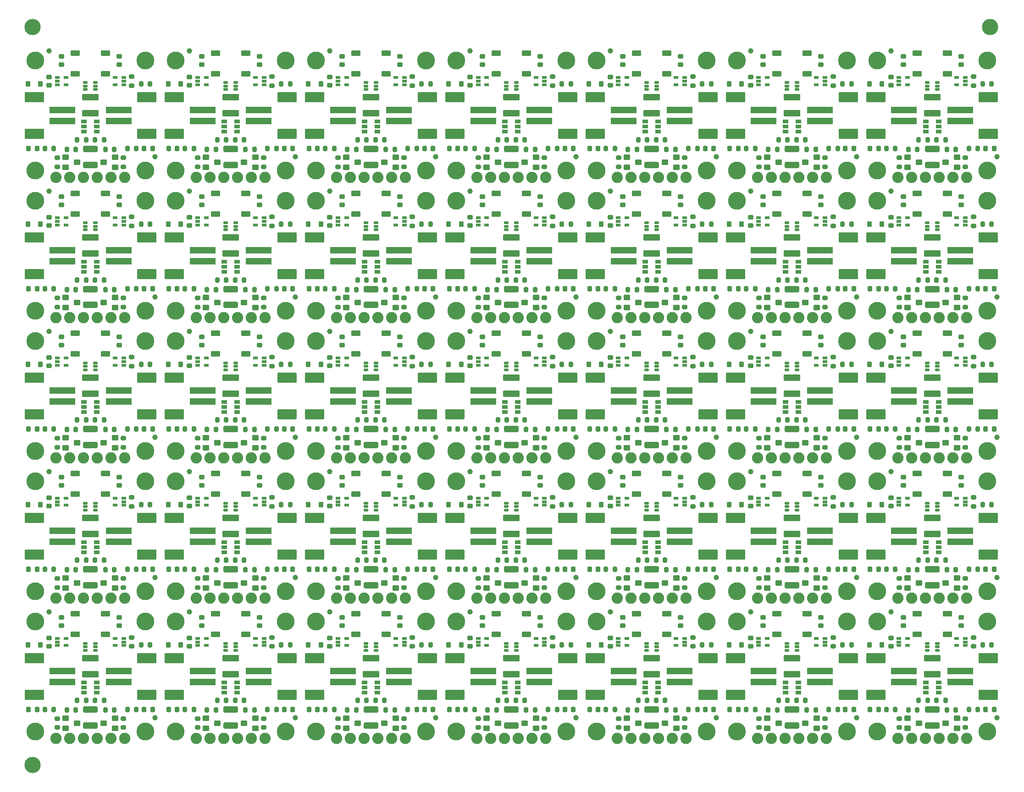
<source format=gts>
%TF.GenerationSoftware,KiCad,Pcbnew,7.0.10*%
%TF.CreationDate,2024-03-13T10:51:02+00:00*%
%TF.ProjectId,SparkX_Soft_Power_Switch_panelized,53706172-6b58-45f5-936f-66745f506f77,v01*%
%TF.SameCoordinates,Original*%
%TF.FileFunction,Soldermask,Top*%
%TF.FilePolarity,Negative*%
%FSLAX46Y46*%
G04 Gerber Fmt 4.6, Leading zero omitted, Abs format (unit mm)*
G04 Created by KiCad (PCBNEW 7.0.10) date 2024-03-13 10:51:02*
%MOMM*%
%LPD*%
G01*
G04 APERTURE LIST*
G04 Aperture macros list*
%AMRoundRect*
0 Rectangle with rounded corners*
0 $1 Rounding radius*
0 $2 $3 $4 $5 $6 $7 $8 $9 X,Y pos of 4 corners*
0 Add a 4 corners polygon primitive as box body*
4,1,4,$2,$3,$4,$5,$6,$7,$8,$9,$2,$3,0*
0 Add four circle primitives for the rounded corners*
1,1,$1+$1,$2,$3*
1,1,$1+$1,$4,$5*
1,1,$1+$1,$6,$7*
1,1,$1+$1,$8,$9*
0 Add four rect primitives between the rounded corners*
20,1,$1+$1,$2,$3,$4,$5,0*
20,1,$1+$1,$4,$5,$6,$7,0*
20,1,$1+$1,$6,$7,$8,$9,0*
20,1,$1+$1,$8,$9,$2,$3,0*%
G04 Aperture macros list end*
%ADD10RoundRect,0.101600X-0.400000X0.275000X-0.400000X-0.275000X0.400000X-0.275000X0.400000X0.275000X0*%
%ADD11RoundRect,0.101600X0.400000X-0.275000X0.400000X0.275000X-0.400000X0.275000X-0.400000X-0.275000X0*%
%ADD12RoundRect,0.101600X-0.350000X0.150000X-0.350000X-0.150000X0.350000X-0.150000X0.350000X0.150000X0*%
%ADD13C,2.082800*%
%ADD14RoundRect,0.200000X-0.275000X0.200000X-0.275000X-0.200000X0.275000X-0.200000X0.275000X0.200000X0*%
%ADD15RoundRect,0.200000X-0.200000X-0.275000X0.200000X-0.275000X0.200000X0.275000X-0.200000X0.275000X0*%
%ADD16RoundRect,0.200000X0.275000X-0.200000X0.275000X0.200000X-0.275000X0.200000X-0.275000X-0.200000X0*%
%ADD17C,3.302000*%
%ADD18RoundRect,0.218750X0.218750X0.256250X-0.218750X0.256250X-0.218750X-0.256250X0.218750X-0.256250X0*%
%ADD19C,1.000000*%
%ADD20RoundRect,0.101600X-0.450000X0.400000X-0.450000X-0.400000X0.450000X-0.400000X0.450000X0.400000X0*%
%ADD21RoundRect,0.101600X-2.300000X0.500000X-2.300000X-0.500000X2.300000X-0.500000X2.300000X0.500000X0*%
%ADD22RoundRect,0.101600X-1.700000X-0.800000X1.700000X-0.800000X1.700000X0.800000X-1.700000X0.800000X0*%
%ADD23RoundRect,0.200000X0.200000X0.275000X-0.200000X0.275000X-0.200000X-0.275000X0.200000X-0.275000X0*%
%ADD24RoundRect,0.225000X0.250000X-0.225000X0.250000X0.225000X-0.250000X0.225000X-0.250000X-0.225000X0*%
%ADD25RoundRect,0.101600X0.330000X-0.150000X0.330000X0.150000X-0.330000X0.150000X-0.330000X-0.150000X0*%
%ADD26RoundRect,0.101600X-0.315000X-0.415000X0.315000X-0.415000X0.315000X0.415000X-0.315000X0.415000X0*%
%ADD27C,3.000000*%
%ADD28RoundRect,0.101600X0.350000X-0.150000X0.350000X0.150000X-0.350000X0.150000X-0.350000X-0.150000X0*%
%ADD29RoundRect,0.101600X2.300000X-0.500000X2.300000X0.500000X-2.300000X0.500000X-2.300000X-0.500000X0*%
%ADD30RoundRect,0.101600X1.700000X0.800000X-1.700000X0.800000X-1.700000X-0.800000X1.700000X-0.800000X0*%
%ADD31RoundRect,0.218750X-0.218750X-0.256250X0.218750X-0.256250X0.218750X0.256250X-0.218750X0.256250X0*%
%ADD32RoundRect,0.101600X0.762000X-0.381000X0.762000X0.381000X-0.762000X0.381000X-0.762000X-0.381000X0*%
%ADD33RoundRect,0.250000X-1.100000X0.325000X-1.100000X-0.325000X1.100000X-0.325000X1.100000X0.325000X0*%
%ADD34RoundRect,0.101600X1.400000X-0.500000X1.400000X0.500000X-1.400000X0.500000X-1.400000X-0.500000X0*%
%ADD35RoundRect,0.101600X0.450000X-0.400000X0.450000X0.400000X-0.450000X0.400000X-0.450000X-0.400000X0*%
G04 APERTURE END LIST*
D10*
%TO.C,Q3*%
X11500000Y11618000D03*
X11500000Y10668000D03*
X11500000Y9718000D03*
X13900000Y9718000D03*
D11*
X13900000Y10668000D03*
D10*
X13900000Y11618000D03*
%TD*%
%TO.C,Q3*%
X63300000Y89318000D03*
X63300000Y88368000D03*
X63300000Y87418000D03*
X65700000Y87418000D03*
D11*
X65700000Y88368000D03*
D10*
X65700000Y89318000D03*
%TD*%
%TO.C,Q3*%
X89200000Y11618000D03*
X89200000Y10668000D03*
X89200000Y9718000D03*
X91600000Y9718000D03*
D11*
X91600000Y10668000D03*
D10*
X91600000Y11618000D03*
%TD*%
%TO.C,Q3*%
X89200000Y115218000D03*
X89200000Y114268000D03*
X89200000Y113318000D03*
X91600000Y113318000D03*
D11*
X91600000Y114268000D03*
D10*
X91600000Y115218000D03*
%TD*%
%TO.C,Q3*%
X115100000Y37518000D03*
X115100000Y36568000D03*
X115100000Y35618000D03*
X117500000Y35618000D03*
D11*
X117500000Y36568000D03*
D10*
X117500000Y37518000D03*
%TD*%
%TO.C,Q3*%
X63300000Y11618000D03*
X63300000Y10668000D03*
X63300000Y9718000D03*
X65700000Y9718000D03*
D11*
X65700000Y10668000D03*
D10*
X65700000Y11618000D03*
%TD*%
%TO.C,Q3*%
X89200000Y37518000D03*
X89200000Y36568000D03*
X89200000Y35618000D03*
X91600000Y35618000D03*
D11*
X91600000Y36568000D03*
D10*
X91600000Y37518000D03*
%TD*%
%TO.C,Q3*%
X63300000Y63418000D03*
X63300000Y62468000D03*
X63300000Y61518000D03*
X65700000Y61518000D03*
D11*
X65700000Y62468000D03*
D10*
X65700000Y63418000D03*
%TD*%
%TO.C,Q3*%
X11500000Y63418000D03*
X11500000Y62468000D03*
X11500000Y61518000D03*
X13900000Y61518000D03*
D11*
X13900000Y62468000D03*
D10*
X13900000Y63418000D03*
%TD*%
%TO.C,Q3*%
X11500000Y115218000D03*
X11500000Y114268000D03*
X11500000Y113318000D03*
X13900000Y113318000D03*
D11*
X13900000Y114268000D03*
D10*
X13900000Y115218000D03*
%TD*%
%TO.C,Q3*%
X37400000Y37518000D03*
X37400000Y36568000D03*
X37400000Y35618000D03*
X39800000Y35618000D03*
D11*
X39800000Y36568000D03*
D10*
X39800000Y37518000D03*
%TD*%
%TO.C,Q3*%
X37400000Y63418000D03*
X37400000Y62468000D03*
X37400000Y61518000D03*
X39800000Y61518000D03*
D11*
X39800000Y62468000D03*
D10*
X39800000Y63418000D03*
%TD*%
%TO.C,Q3*%
X37400000Y89318000D03*
X37400000Y88368000D03*
X37400000Y87418000D03*
X39800000Y87418000D03*
D11*
X39800000Y88368000D03*
D10*
X39800000Y89318000D03*
%TD*%
%TO.C,Q3*%
X37400000Y11618000D03*
X37400000Y10668000D03*
X37400000Y9718000D03*
X39800000Y9718000D03*
D11*
X39800000Y10668000D03*
D10*
X39800000Y11618000D03*
%TD*%
%TO.C,Q3*%
X37400000Y115218000D03*
X37400000Y114268000D03*
X37400000Y113318000D03*
X39800000Y113318000D03*
D11*
X39800000Y114268000D03*
D10*
X39800000Y115218000D03*
%TD*%
%TO.C,Q3*%
X11500000Y37518000D03*
X11500000Y36568000D03*
X11500000Y35618000D03*
X13900000Y35618000D03*
D11*
X13900000Y36568000D03*
D10*
X13900000Y37518000D03*
%TD*%
%TO.C,Q3*%
X11500000Y89318000D03*
X11500000Y88368000D03*
X11500000Y87418000D03*
X13900000Y87418000D03*
D11*
X13900000Y88368000D03*
D10*
X13900000Y89318000D03*
%TD*%
%TO.C,Q3*%
X63300000Y37518000D03*
X63300000Y36568000D03*
X63300000Y35618000D03*
X65700000Y35618000D03*
D11*
X65700000Y36568000D03*
D10*
X65700000Y37518000D03*
%TD*%
%TO.C,Q3*%
X63300000Y115218000D03*
X63300000Y114268000D03*
X63300000Y113318000D03*
X65700000Y113318000D03*
D11*
X65700000Y114268000D03*
D10*
X65700000Y115218000D03*
%TD*%
%TO.C,Q3*%
X89200000Y63418000D03*
X89200000Y62468000D03*
X89200000Y61518000D03*
X91600000Y61518000D03*
D11*
X91600000Y62468000D03*
D10*
X91600000Y63418000D03*
%TD*%
%TO.C,Q3*%
X89200000Y89318000D03*
X89200000Y88368000D03*
X89200000Y87418000D03*
X91600000Y87418000D03*
D11*
X91600000Y88368000D03*
D10*
X91600000Y89318000D03*
%TD*%
%TO.C,Q3*%
X115100000Y11618000D03*
X115100000Y10668000D03*
X115100000Y9718000D03*
X117500000Y9718000D03*
D11*
X117500000Y10668000D03*
D10*
X117500000Y11618000D03*
%TD*%
%TO.C,Q3*%
X166900000Y115218000D03*
X166900000Y114268000D03*
X166900000Y113318000D03*
X169300000Y113318000D03*
D11*
X169300000Y114268000D03*
D10*
X169300000Y115218000D03*
%TD*%
%TO.C,Q3*%
X141000000Y115218000D03*
X141000000Y114268000D03*
X141000000Y113318000D03*
X143400000Y113318000D03*
D11*
X143400000Y114268000D03*
D10*
X143400000Y115218000D03*
%TD*%
%TO.C,Q3*%
X166900000Y11618000D03*
X166900000Y10668000D03*
X166900000Y9718000D03*
X169300000Y9718000D03*
D11*
X169300000Y10668000D03*
D10*
X169300000Y11618000D03*
%TD*%
%TO.C,Q3*%
X115100000Y89318000D03*
X115100000Y88368000D03*
X115100000Y87418000D03*
X117500000Y87418000D03*
D11*
X117500000Y88368000D03*
D10*
X117500000Y89318000D03*
%TD*%
%TO.C,Q3*%
X115100000Y115218000D03*
X115100000Y114268000D03*
X115100000Y113318000D03*
X117500000Y113318000D03*
D11*
X117500000Y114268000D03*
D10*
X117500000Y115218000D03*
%TD*%
%TO.C,Q3*%
X115100000Y63418000D03*
X115100000Y62468000D03*
X115100000Y61518000D03*
X117500000Y61518000D03*
D11*
X117500000Y62468000D03*
D10*
X117500000Y63418000D03*
%TD*%
%TO.C,Q3*%
X141000000Y37518000D03*
X141000000Y36568000D03*
X141000000Y35618000D03*
X143400000Y35618000D03*
D11*
X143400000Y36568000D03*
D10*
X143400000Y37518000D03*
%TD*%
%TO.C,Q3*%
X141000000Y63418000D03*
X141000000Y62468000D03*
X141000000Y61518000D03*
X143400000Y61518000D03*
D11*
X143400000Y62468000D03*
D10*
X143400000Y63418000D03*
%TD*%
%TO.C,Q3*%
X166900000Y89318000D03*
X166900000Y88368000D03*
X166900000Y87418000D03*
X169300000Y87418000D03*
D11*
X169300000Y88368000D03*
D10*
X169300000Y89318000D03*
%TD*%
%TO.C,Q3*%
X166900000Y37518000D03*
X166900000Y36568000D03*
X166900000Y35618000D03*
X169300000Y35618000D03*
D11*
X169300000Y36568000D03*
D10*
X169300000Y37518000D03*
%TD*%
%TO.C,Q3*%
X141000000Y11618000D03*
X141000000Y10668000D03*
X141000000Y9718000D03*
X143400000Y9718000D03*
D11*
X143400000Y10668000D03*
D10*
X143400000Y11618000D03*
%TD*%
%TO.C,Q3*%
X141000000Y89318000D03*
X141000000Y88368000D03*
X141000000Y87418000D03*
X143400000Y87418000D03*
D11*
X143400000Y88368000D03*
D10*
X143400000Y89318000D03*
%TD*%
%TO.C,Q3*%
X166900000Y63418000D03*
X166900000Y62468000D03*
X166900000Y61518000D03*
X169300000Y61518000D03*
D11*
X169300000Y62468000D03*
D10*
X169300000Y63418000D03*
%TD*%
D12*
%TO.C,U2*%
X6566000Y19700000D03*
X6566000Y19050000D03*
X6566000Y18400000D03*
X8166000Y18400000D03*
X8166000Y19700000D03*
%TD*%
%TO.C,U2*%
X58366000Y123300000D03*
X58366000Y122650000D03*
X58366000Y122000000D03*
X59966000Y122000000D03*
X59966000Y123300000D03*
%TD*%
%TO.C,U2*%
X110166000Y97400000D03*
X110166000Y96750000D03*
X110166000Y96100000D03*
X111766000Y96100000D03*
X111766000Y97400000D03*
%TD*%
%TO.C,U2*%
X161966000Y19700000D03*
X161966000Y19050000D03*
X161966000Y18400000D03*
X163566000Y18400000D03*
X163566000Y19700000D03*
%TD*%
%TO.C,U2*%
X84266000Y45600000D03*
X84266000Y44950000D03*
X84266000Y44300000D03*
X85866000Y44300000D03*
X85866000Y45600000D03*
%TD*%
%TO.C,U2*%
X84266000Y97400000D03*
X84266000Y96750000D03*
X84266000Y96100000D03*
X85866000Y96100000D03*
X85866000Y97400000D03*
%TD*%
%TO.C,U2*%
X84266000Y19700000D03*
X84266000Y19050000D03*
X84266000Y18400000D03*
X85866000Y18400000D03*
X85866000Y19700000D03*
%TD*%
%TO.C,U2*%
X136066000Y45600000D03*
X136066000Y44950000D03*
X136066000Y44300000D03*
X137666000Y44300000D03*
X137666000Y45600000D03*
%TD*%
%TO.C,U2*%
X58366000Y97400000D03*
X58366000Y96750000D03*
X58366000Y96100000D03*
X59966000Y96100000D03*
X59966000Y97400000D03*
%TD*%
%TO.C,U2*%
X136066000Y19700000D03*
X136066000Y19050000D03*
X136066000Y18400000D03*
X137666000Y18400000D03*
X137666000Y19700000D03*
%TD*%
%TO.C,U2*%
X110166000Y123300000D03*
X110166000Y122650000D03*
X110166000Y122000000D03*
X111766000Y122000000D03*
X111766000Y123300000D03*
%TD*%
%TO.C,U2*%
X136066000Y71500000D03*
X136066000Y70850000D03*
X136066000Y70200000D03*
X137666000Y70200000D03*
X137666000Y71500000D03*
%TD*%
%TO.C,U2*%
X84266000Y71500000D03*
X84266000Y70850000D03*
X84266000Y70200000D03*
X85866000Y70200000D03*
X85866000Y71500000D03*
%TD*%
%TO.C,U2*%
X84266000Y123300000D03*
X84266000Y122650000D03*
X84266000Y122000000D03*
X85866000Y122000000D03*
X85866000Y123300000D03*
%TD*%
%TO.C,U2*%
X58366000Y71500000D03*
X58366000Y70850000D03*
X58366000Y70200000D03*
X59966000Y70200000D03*
X59966000Y71500000D03*
%TD*%
%TO.C,U2*%
X110166000Y45600000D03*
X110166000Y44950000D03*
X110166000Y44300000D03*
X111766000Y44300000D03*
X111766000Y45600000D03*
%TD*%
%TO.C,U2*%
X110166000Y71500000D03*
X110166000Y70850000D03*
X110166000Y70200000D03*
X111766000Y70200000D03*
X111766000Y71500000D03*
%TD*%
%TO.C,U2*%
X136066000Y97400000D03*
X136066000Y96750000D03*
X136066000Y96100000D03*
X137666000Y96100000D03*
X137666000Y97400000D03*
%TD*%
%TO.C,U2*%
X110166000Y19700000D03*
X110166000Y19050000D03*
X110166000Y18400000D03*
X111766000Y18400000D03*
X111766000Y19700000D03*
%TD*%
%TO.C,U2*%
X136066000Y123300000D03*
X136066000Y122650000D03*
X136066000Y122000000D03*
X137666000Y122000000D03*
X137666000Y123300000D03*
%TD*%
%TO.C,U2*%
X161966000Y123300000D03*
X161966000Y122650000D03*
X161966000Y122000000D03*
X163566000Y122000000D03*
X163566000Y123300000D03*
%TD*%
%TO.C,U2*%
X161966000Y71500000D03*
X161966000Y70850000D03*
X161966000Y70200000D03*
X163566000Y70200000D03*
X163566000Y71500000D03*
%TD*%
%TO.C,U2*%
X161966000Y45600000D03*
X161966000Y44950000D03*
X161966000Y44300000D03*
X163566000Y44300000D03*
X163566000Y45600000D03*
%TD*%
%TO.C,U2*%
X161966000Y97400000D03*
X161966000Y96750000D03*
X161966000Y96100000D03*
X163566000Y96100000D03*
X163566000Y97400000D03*
%TD*%
%TO.C,U2*%
X32466000Y19700000D03*
X32466000Y19050000D03*
X32466000Y18400000D03*
X34066000Y18400000D03*
X34066000Y19700000D03*
%TD*%
%TO.C,U2*%
X32466000Y71500000D03*
X32466000Y70850000D03*
X32466000Y70200000D03*
X34066000Y70200000D03*
X34066000Y71500000D03*
%TD*%
%TO.C,U2*%
X6566000Y123300000D03*
X6566000Y122650000D03*
X6566000Y122000000D03*
X8166000Y122000000D03*
X8166000Y123300000D03*
%TD*%
%TO.C,U2*%
X32466000Y123300000D03*
X32466000Y122650000D03*
X32466000Y122000000D03*
X34066000Y122000000D03*
X34066000Y123300000D03*
%TD*%
%TO.C,U2*%
X58366000Y19700000D03*
X58366000Y19050000D03*
X58366000Y18400000D03*
X59966000Y18400000D03*
X59966000Y19700000D03*
%TD*%
%TO.C,U2*%
X58366000Y45600000D03*
X58366000Y44950000D03*
X58366000Y44300000D03*
X59966000Y44300000D03*
X59966000Y45600000D03*
%TD*%
%TO.C,U2*%
X6566000Y45600000D03*
X6566000Y44950000D03*
X6566000Y44300000D03*
X8166000Y44300000D03*
X8166000Y45600000D03*
%TD*%
%TO.C,U2*%
X6566000Y71500000D03*
X6566000Y70850000D03*
X6566000Y70200000D03*
X8166000Y70200000D03*
X8166000Y71500000D03*
%TD*%
%TO.C,U2*%
X6566000Y97400000D03*
X6566000Y96750000D03*
X6566000Y96100000D03*
X8166000Y96100000D03*
X8166000Y97400000D03*
%TD*%
%TO.C,U2*%
X32466000Y45600000D03*
X32466000Y44950000D03*
X32466000Y44300000D03*
X34066000Y44300000D03*
X34066000Y45600000D03*
%TD*%
%TO.C,U2*%
X32466000Y97400000D03*
X32466000Y96750000D03*
X32466000Y96100000D03*
X34066000Y96100000D03*
X34066000Y97400000D03*
%TD*%
D13*
%TO.C,J3*%
X19050000Y1270000D03*
X16510000Y1270000D03*
X13970000Y1270000D03*
X11430000Y1270000D03*
X8890000Y1270000D03*
X6350000Y1270000D03*
%TD*%
%TO.C,J3*%
X44950000Y27170000D03*
X42410000Y27170000D03*
X39870000Y27170000D03*
X37330000Y27170000D03*
X34790000Y27170000D03*
X32250000Y27170000D03*
%TD*%
%TO.C,J3*%
X44950000Y78970000D03*
X42410000Y78970000D03*
X39870000Y78970000D03*
X37330000Y78970000D03*
X34790000Y78970000D03*
X32250000Y78970000D03*
%TD*%
%TO.C,J3*%
X19050000Y104870000D03*
X16510000Y104870000D03*
X13970000Y104870000D03*
X11430000Y104870000D03*
X8890000Y104870000D03*
X6350000Y104870000D03*
%TD*%
%TO.C,J3*%
X19050000Y53070000D03*
X16510000Y53070000D03*
X13970000Y53070000D03*
X11430000Y53070000D03*
X8890000Y53070000D03*
X6350000Y53070000D03*
%TD*%
%TO.C,J3*%
X19050000Y27170000D03*
X16510000Y27170000D03*
X13970000Y27170000D03*
X11430000Y27170000D03*
X8890000Y27170000D03*
X6350000Y27170000D03*
%TD*%
%TO.C,J3*%
X19050000Y78970000D03*
X16510000Y78970000D03*
X13970000Y78970000D03*
X11430000Y78970000D03*
X8890000Y78970000D03*
X6350000Y78970000D03*
%TD*%
%TO.C,J3*%
X44950000Y1270000D03*
X42410000Y1270000D03*
X39870000Y1270000D03*
X37330000Y1270000D03*
X34790000Y1270000D03*
X32250000Y1270000D03*
%TD*%
%TO.C,J3*%
X44950000Y53070000D03*
X42410000Y53070000D03*
X39870000Y53070000D03*
X37330000Y53070000D03*
X34790000Y53070000D03*
X32250000Y53070000D03*
%TD*%
%TO.C,J3*%
X148550000Y104870000D03*
X146010000Y104870000D03*
X143470000Y104870000D03*
X140930000Y104870000D03*
X138390000Y104870000D03*
X135850000Y104870000D03*
%TD*%
%TO.C,J3*%
X70850000Y53070000D03*
X68310000Y53070000D03*
X65770000Y53070000D03*
X63230000Y53070000D03*
X60690000Y53070000D03*
X58150000Y53070000D03*
%TD*%
%TO.C,J3*%
X122650000Y1270000D03*
X120110000Y1270000D03*
X117570000Y1270000D03*
X115030000Y1270000D03*
X112490000Y1270000D03*
X109950000Y1270000D03*
%TD*%
%TO.C,J3*%
X122650000Y53070000D03*
X120110000Y53070000D03*
X117570000Y53070000D03*
X115030000Y53070000D03*
X112490000Y53070000D03*
X109950000Y53070000D03*
%TD*%
%TO.C,J3*%
X44950000Y104870000D03*
X42410000Y104870000D03*
X39870000Y104870000D03*
X37330000Y104870000D03*
X34790000Y104870000D03*
X32250000Y104870000D03*
%TD*%
%TO.C,J3*%
X96750000Y27170000D03*
X94210000Y27170000D03*
X91670000Y27170000D03*
X89130000Y27170000D03*
X86590000Y27170000D03*
X84050000Y27170000D03*
%TD*%
%TO.C,J3*%
X96750000Y104870000D03*
X94210000Y104870000D03*
X91670000Y104870000D03*
X89130000Y104870000D03*
X86590000Y104870000D03*
X84050000Y104870000D03*
%TD*%
%TO.C,J3*%
X122650000Y78970000D03*
X120110000Y78970000D03*
X117570000Y78970000D03*
X115030000Y78970000D03*
X112490000Y78970000D03*
X109950000Y78970000D03*
%TD*%
%TO.C,J3*%
X96750000Y78970000D03*
X94210000Y78970000D03*
X91670000Y78970000D03*
X89130000Y78970000D03*
X86590000Y78970000D03*
X84050000Y78970000D03*
%TD*%
%TO.C,J3*%
X122650000Y104870000D03*
X120110000Y104870000D03*
X117570000Y104870000D03*
X115030000Y104870000D03*
X112490000Y104870000D03*
X109950000Y104870000D03*
%TD*%
%TO.C,J3*%
X70850000Y1270000D03*
X68310000Y1270000D03*
X65770000Y1270000D03*
X63230000Y1270000D03*
X60690000Y1270000D03*
X58150000Y1270000D03*
%TD*%
%TO.C,J3*%
X70850000Y27170000D03*
X68310000Y27170000D03*
X65770000Y27170000D03*
X63230000Y27170000D03*
X60690000Y27170000D03*
X58150000Y27170000D03*
%TD*%
%TO.C,J3*%
X96750000Y1270000D03*
X94210000Y1270000D03*
X91670000Y1270000D03*
X89130000Y1270000D03*
X86590000Y1270000D03*
X84050000Y1270000D03*
%TD*%
%TO.C,J3*%
X148550000Y1270000D03*
X146010000Y1270000D03*
X143470000Y1270000D03*
X140930000Y1270000D03*
X138390000Y1270000D03*
X135850000Y1270000D03*
%TD*%
%TO.C,J3*%
X148550000Y27170000D03*
X146010000Y27170000D03*
X143470000Y27170000D03*
X140930000Y27170000D03*
X138390000Y27170000D03*
X135850000Y27170000D03*
%TD*%
%TO.C,J3*%
X122650000Y27170000D03*
X120110000Y27170000D03*
X117570000Y27170000D03*
X115030000Y27170000D03*
X112490000Y27170000D03*
X109950000Y27170000D03*
%TD*%
%TO.C,J3*%
X70850000Y78970000D03*
X68310000Y78970000D03*
X65770000Y78970000D03*
X63230000Y78970000D03*
X60690000Y78970000D03*
X58150000Y78970000D03*
%TD*%
%TO.C,J3*%
X96750000Y53070000D03*
X94210000Y53070000D03*
X91670000Y53070000D03*
X89130000Y53070000D03*
X86590000Y53070000D03*
X84050000Y53070000D03*
%TD*%
%TO.C,J3*%
X70850000Y104870000D03*
X68310000Y104870000D03*
X65770000Y104870000D03*
X63230000Y104870000D03*
X60690000Y104870000D03*
X58150000Y104870000D03*
%TD*%
%TO.C,J3*%
X148550000Y53070000D03*
X146010000Y53070000D03*
X143470000Y53070000D03*
X140930000Y53070000D03*
X138390000Y53070000D03*
X135850000Y53070000D03*
%TD*%
%TO.C,J3*%
X148550000Y78970000D03*
X146010000Y78970000D03*
X143470000Y78970000D03*
X140930000Y78970000D03*
X138390000Y78970000D03*
X135850000Y78970000D03*
%TD*%
%TO.C,J3*%
X174450000Y1270000D03*
X171910000Y1270000D03*
X169370000Y1270000D03*
X166830000Y1270000D03*
X164290000Y1270000D03*
X161750000Y1270000D03*
%TD*%
%TO.C,J3*%
X174450000Y27170000D03*
X171910000Y27170000D03*
X169370000Y27170000D03*
X166830000Y27170000D03*
X164290000Y27170000D03*
X161750000Y27170000D03*
%TD*%
%TO.C,J3*%
X174450000Y53070000D03*
X171910000Y53070000D03*
X169370000Y53070000D03*
X166830000Y53070000D03*
X164290000Y53070000D03*
X161750000Y53070000D03*
%TD*%
%TO.C,J3*%
X174450000Y78970000D03*
X171910000Y78970000D03*
X169370000Y78970000D03*
X166830000Y78970000D03*
X164290000Y78970000D03*
X161750000Y78970000D03*
%TD*%
%TO.C,J3*%
X174450000Y104870000D03*
X171910000Y104870000D03*
X169370000Y104870000D03*
X166830000Y104870000D03*
X164290000Y104870000D03*
X161750000Y104870000D03*
%TD*%
D14*
%TO.C,R8*%
X18796000Y4889000D03*
X18796000Y3239000D03*
%TD*%
%TO.C,R8*%
X18796000Y30789000D03*
X18796000Y29139000D03*
%TD*%
%TO.C,R8*%
X18796000Y82589000D03*
X18796000Y80939000D03*
%TD*%
%TO.C,R8*%
X18796000Y108489000D03*
X18796000Y106839000D03*
%TD*%
%TO.C,R8*%
X44696000Y4889000D03*
X44696000Y3239000D03*
%TD*%
%TO.C,R8*%
X18796000Y56689000D03*
X18796000Y55039000D03*
%TD*%
%TO.C,R8*%
X44696000Y30789000D03*
X44696000Y29139000D03*
%TD*%
%TO.C,R8*%
X44696000Y56689000D03*
X44696000Y55039000D03*
%TD*%
%TO.C,R8*%
X148296000Y108489000D03*
X148296000Y106839000D03*
%TD*%
%TO.C,R8*%
X44696000Y108489000D03*
X44696000Y106839000D03*
%TD*%
%TO.C,R8*%
X70596000Y4889000D03*
X70596000Y3239000D03*
%TD*%
%TO.C,R8*%
X70596000Y82589000D03*
X70596000Y80939000D03*
%TD*%
%TO.C,R8*%
X96496000Y4889000D03*
X96496000Y3239000D03*
%TD*%
%TO.C,R8*%
X96496000Y82589000D03*
X96496000Y80939000D03*
%TD*%
%TO.C,R8*%
X122396000Y4889000D03*
X122396000Y3239000D03*
%TD*%
%TO.C,R8*%
X70596000Y108489000D03*
X70596000Y106839000D03*
%TD*%
%TO.C,R8*%
X122396000Y82589000D03*
X122396000Y80939000D03*
%TD*%
%TO.C,R8*%
X44696000Y82589000D03*
X44696000Y80939000D03*
%TD*%
%TO.C,R8*%
X122396000Y108489000D03*
X122396000Y106839000D03*
%TD*%
%TO.C,R8*%
X70596000Y56689000D03*
X70596000Y55039000D03*
%TD*%
%TO.C,R8*%
X96496000Y56689000D03*
X96496000Y55039000D03*
%TD*%
%TO.C,R8*%
X122396000Y30789000D03*
X122396000Y29139000D03*
%TD*%
%TO.C,R8*%
X96496000Y30789000D03*
X96496000Y29139000D03*
%TD*%
%TO.C,R8*%
X70596000Y30789000D03*
X70596000Y29139000D03*
%TD*%
%TO.C,R8*%
X148296000Y4889000D03*
X148296000Y3239000D03*
%TD*%
%TO.C,R8*%
X96496000Y108489000D03*
X96496000Y106839000D03*
%TD*%
%TO.C,R8*%
X122396000Y56689000D03*
X122396000Y55039000D03*
%TD*%
%TO.C,R8*%
X148296000Y30789000D03*
X148296000Y29139000D03*
%TD*%
%TO.C,R8*%
X148296000Y82589000D03*
X148296000Y80939000D03*
%TD*%
%TO.C,R8*%
X148296000Y56689000D03*
X148296000Y55039000D03*
%TD*%
%TO.C,R8*%
X174196000Y30789000D03*
X174196000Y29139000D03*
%TD*%
%TO.C,R8*%
X174196000Y56689000D03*
X174196000Y55039000D03*
%TD*%
%TO.C,R8*%
X174196000Y82589000D03*
X174196000Y80939000D03*
%TD*%
%TO.C,R8*%
X174196000Y108489000D03*
X174196000Y106839000D03*
%TD*%
%TO.C,R8*%
X174196000Y4889000D03*
X174196000Y3239000D03*
%TD*%
D15*
%TO.C,R4*%
X19495000Y6604000D03*
X21145000Y6604000D03*
%TD*%
%TO.C,R4*%
X45395000Y84304000D03*
X47045000Y84304000D03*
%TD*%
%TO.C,R4*%
X71295000Y84304000D03*
X72945000Y84304000D03*
%TD*%
%TO.C,R4*%
X97195000Y32504000D03*
X98845000Y32504000D03*
%TD*%
%TO.C,R4*%
X19495000Y32504000D03*
X21145000Y32504000D03*
%TD*%
%TO.C,R4*%
X123095000Y6604000D03*
X124745000Y6604000D03*
%TD*%
%TO.C,R4*%
X123095000Y58404000D03*
X124745000Y58404000D03*
%TD*%
%TO.C,R4*%
X45395000Y58404000D03*
X47045000Y58404000D03*
%TD*%
%TO.C,R4*%
X19495000Y84304000D03*
X21145000Y84304000D03*
%TD*%
%TO.C,R4*%
X45395000Y32504000D03*
X47045000Y32504000D03*
%TD*%
%TO.C,R4*%
X71295000Y110204000D03*
X72945000Y110204000D03*
%TD*%
%TO.C,R4*%
X97195000Y58404000D03*
X98845000Y58404000D03*
%TD*%
%TO.C,R4*%
X45395000Y6604000D03*
X47045000Y6604000D03*
%TD*%
%TO.C,R4*%
X45395000Y110204000D03*
X47045000Y110204000D03*
%TD*%
%TO.C,R4*%
X19495000Y58404000D03*
X21145000Y58404000D03*
%TD*%
%TO.C,R4*%
X19495000Y110204000D03*
X21145000Y110204000D03*
%TD*%
%TO.C,R4*%
X71295000Y6604000D03*
X72945000Y6604000D03*
%TD*%
%TO.C,R4*%
X71295000Y32504000D03*
X72945000Y32504000D03*
%TD*%
%TO.C,R4*%
X71295000Y58404000D03*
X72945000Y58404000D03*
%TD*%
%TO.C,R4*%
X97195000Y6604000D03*
X98845000Y6604000D03*
%TD*%
%TO.C,R4*%
X97195000Y84304000D03*
X98845000Y84304000D03*
%TD*%
%TO.C,R4*%
X97195000Y110204000D03*
X98845000Y110204000D03*
%TD*%
%TO.C,R4*%
X123095000Y32504000D03*
X124745000Y32504000D03*
%TD*%
%TO.C,R4*%
X148995000Y58404000D03*
X150645000Y58404000D03*
%TD*%
%TO.C,R4*%
X148995000Y110204000D03*
X150645000Y110204000D03*
%TD*%
%TO.C,R4*%
X174895000Y110204000D03*
X176545000Y110204000D03*
%TD*%
%TO.C,R4*%
X123095000Y110204000D03*
X124745000Y110204000D03*
%TD*%
%TO.C,R4*%
X123095000Y84304000D03*
X124745000Y84304000D03*
%TD*%
%TO.C,R4*%
X148995000Y32504000D03*
X150645000Y32504000D03*
%TD*%
%TO.C,R4*%
X148995000Y6604000D03*
X150645000Y6604000D03*
%TD*%
%TO.C,R4*%
X148995000Y84304000D03*
X150645000Y84304000D03*
%TD*%
%TO.C,R4*%
X174895000Y32504000D03*
X176545000Y32504000D03*
%TD*%
%TO.C,R4*%
X174895000Y58404000D03*
X176545000Y58404000D03*
%TD*%
%TO.C,R4*%
X174895000Y6604000D03*
X176545000Y6604000D03*
%TD*%
%TO.C,R4*%
X174895000Y84304000D03*
X176545000Y84304000D03*
%TD*%
D16*
%TO.C,R1*%
X20320000Y18225000D03*
X20320000Y19875000D03*
%TD*%
%TO.C,R1*%
X20320000Y95925000D03*
X20320000Y97575000D03*
%TD*%
%TO.C,R1*%
X20320000Y44125000D03*
X20320000Y45775000D03*
%TD*%
%TO.C,R1*%
X20320000Y70025000D03*
X20320000Y71675000D03*
%TD*%
%TO.C,R1*%
X98020000Y18225000D03*
X98020000Y19875000D03*
%TD*%
%TO.C,R1*%
X46220000Y18225000D03*
X46220000Y19875000D03*
%TD*%
%TO.C,R1*%
X123920000Y95925000D03*
X123920000Y97575000D03*
%TD*%
%TO.C,R1*%
X72120000Y44125000D03*
X72120000Y45775000D03*
%TD*%
%TO.C,R1*%
X72120000Y18225000D03*
X72120000Y19875000D03*
%TD*%
%TO.C,R1*%
X98020000Y44125000D03*
X98020000Y45775000D03*
%TD*%
%TO.C,R1*%
X72120000Y70025000D03*
X72120000Y71675000D03*
%TD*%
%TO.C,R1*%
X98020000Y95925000D03*
X98020000Y97575000D03*
%TD*%
%TO.C,R1*%
X175720000Y70025000D03*
X175720000Y71675000D03*
%TD*%
%TO.C,R1*%
X175720000Y121825000D03*
X175720000Y123475000D03*
%TD*%
%TO.C,R1*%
X72120000Y121825000D03*
X72120000Y123475000D03*
%TD*%
%TO.C,R1*%
X149820000Y70025000D03*
X149820000Y71675000D03*
%TD*%
%TO.C,R1*%
X46220000Y70025000D03*
X46220000Y71675000D03*
%TD*%
%TO.C,R1*%
X149820000Y18225000D03*
X149820000Y19875000D03*
%TD*%
%TO.C,R1*%
X46220000Y44125000D03*
X46220000Y45775000D03*
%TD*%
%TO.C,R1*%
X123920000Y44125000D03*
X123920000Y45775000D03*
%TD*%
%TO.C,R1*%
X46220000Y121825000D03*
X46220000Y123475000D03*
%TD*%
%TO.C,R1*%
X98020000Y70025000D03*
X98020000Y71675000D03*
%TD*%
%TO.C,R1*%
X20320000Y121825000D03*
X20320000Y123475000D03*
%TD*%
%TO.C,R1*%
X123920000Y18225000D03*
X123920000Y19875000D03*
%TD*%
%TO.C,R1*%
X72120000Y95925000D03*
X72120000Y97575000D03*
%TD*%
%TO.C,R1*%
X46220000Y95925000D03*
X46220000Y97575000D03*
%TD*%
%TO.C,R1*%
X98020000Y121825000D03*
X98020000Y123475000D03*
%TD*%
%TO.C,R1*%
X123920000Y70025000D03*
X123920000Y71675000D03*
%TD*%
%TO.C,R1*%
X123920000Y121825000D03*
X123920000Y123475000D03*
%TD*%
%TO.C,R1*%
X149820000Y44125000D03*
X149820000Y45775000D03*
%TD*%
%TO.C,R1*%
X149820000Y95925000D03*
X149820000Y97575000D03*
%TD*%
%TO.C,R1*%
X149820000Y121825000D03*
X149820000Y123475000D03*
%TD*%
%TO.C,R1*%
X175720000Y18225000D03*
X175720000Y19875000D03*
%TD*%
%TO.C,R1*%
X175720000Y44125000D03*
X175720000Y45775000D03*
%TD*%
%TO.C,R1*%
X175720000Y95925000D03*
X175720000Y97575000D03*
%TD*%
D17*
%TO.C,ST4*%
X22860000Y2540000D03*
%TD*%
%TO.C,ST4*%
X178260000Y80240000D03*
%TD*%
%TO.C,ST4*%
X126460000Y54340000D03*
%TD*%
%TO.C,ST4*%
X152360000Y2540000D03*
%TD*%
%TO.C,ST4*%
X152360000Y28440000D03*
%TD*%
%TO.C,ST4*%
X178260000Y2540000D03*
%TD*%
%TO.C,ST4*%
X126460000Y28440000D03*
%TD*%
%TO.C,ST4*%
X152360000Y54340000D03*
%TD*%
%TO.C,ST4*%
X178260000Y28440000D03*
%TD*%
%TO.C,ST4*%
X152360000Y106140000D03*
%TD*%
%TO.C,ST4*%
X126460000Y80240000D03*
%TD*%
%TO.C,ST4*%
X178260000Y106140000D03*
%TD*%
%TO.C,ST4*%
X126460000Y2540000D03*
%TD*%
%TO.C,ST4*%
X126460000Y106140000D03*
%TD*%
%TO.C,ST4*%
X152360000Y80240000D03*
%TD*%
%TO.C,ST4*%
X178260000Y54340000D03*
%TD*%
%TO.C,ST4*%
X22860000Y54340000D03*
%TD*%
%TO.C,ST4*%
X48760000Y106140000D03*
%TD*%
%TO.C,ST4*%
X74660000Y2540000D03*
%TD*%
%TO.C,ST4*%
X74660000Y28440000D03*
%TD*%
%TO.C,ST4*%
X74660000Y54340000D03*
%TD*%
%TO.C,ST4*%
X74660000Y80240000D03*
%TD*%
%TO.C,ST4*%
X22860000Y28440000D03*
%TD*%
%TO.C,ST4*%
X100560000Y28440000D03*
%TD*%
%TO.C,ST4*%
X74660000Y106140000D03*
%TD*%
%TO.C,ST4*%
X100560000Y106140000D03*
%TD*%
%TO.C,ST4*%
X22860000Y80240000D03*
%TD*%
%TO.C,ST4*%
X22860000Y106140000D03*
%TD*%
%TO.C,ST4*%
X48760000Y54340000D03*
%TD*%
%TO.C,ST4*%
X48760000Y80240000D03*
%TD*%
%TO.C,ST4*%
X100560000Y54340000D03*
%TD*%
%TO.C,ST4*%
X48760000Y28440000D03*
%TD*%
%TO.C,ST4*%
X100560000Y80240000D03*
%TD*%
%TO.C,ST4*%
X48760000Y2540000D03*
%TD*%
%TO.C,ST4*%
X100560000Y2540000D03*
%TD*%
D18*
%TO.C,D3*%
X24155500Y6604000D03*
X22580500Y6604000D03*
%TD*%
%TO.C,D3*%
X24155500Y58404000D03*
X22580500Y58404000D03*
%TD*%
%TO.C,D3*%
X24155500Y32504000D03*
X22580500Y32504000D03*
%TD*%
%TO.C,D3*%
X101855500Y110204000D03*
X100280500Y110204000D03*
%TD*%
%TO.C,D3*%
X75955500Y32504000D03*
X74380500Y32504000D03*
%TD*%
%TO.C,D3*%
X50055500Y110204000D03*
X48480500Y110204000D03*
%TD*%
%TO.C,D3*%
X75955500Y58404000D03*
X74380500Y58404000D03*
%TD*%
%TO.C,D3*%
X24155500Y110204000D03*
X22580500Y110204000D03*
%TD*%
%TO.C,D3*%
X75955500Y6604000D03*
X74380500Y6604000D03*
%TD*%
%TO.C,D3*%
X75955500Y110204000D03*
X74380500Y110204000D03*
%TD*%
%TO.C,D3*%
X101855500Y32504000D03*
X100280500Y32504000D03*
%TD*%
%TO.C,D3*%
X179555500Y58404000D03*
X177980500Y58404000D03*
%TD*%
%TO.C,D3*%
X50055500Y84304000D03*
X48480500Y84304000D03*
%TD*%
%TO.C,D3*%
X101855500Y84304000D03*
X100280500Y84304000D03*
%TD*%
%TO.C,D3*%
X50055500Y6604000D03*
X48480500Y6604000D03*
%TD*%
%TO.C,D3*%
X50055500Y58404000D03*
X48480500Y58404000D03*
%TD*%
%TO.C,D3*%
X24155500Y84304000D03*
X22580500Y84304000D03*
%TD*%
%TO.C,D3*%
X50055500Y32504000D03*
X48480500Y32504000D03*
%TD*%
%TO.C,D3*%
X75955500Y84304000D03*
X74380500Y84304000D03*
%TD*%
%TO.C,D3*%
X101855500Y6604000D03*
X100280500Y6604000D03*
%TD*%
%TO.C,D3*%
X101855500Y58404000D03*
X100280500Y58404000D03*
%TD*%
%TO.C,D3*%
X127755500Y32504000D03*
X126180500Y32504000D03*
%TD*%
%TO.C,D3*%
X127755500Y58404000D03*
X126180500Y58404000D03*
%TD*%
%TO.C,D3*%
X127755500Y84304000D03*
X126180500Y84304000D03*
%TD*%
%TO.C,D3*%
X127755500Y110204000D03*
X126180500Y110204000D03*
%TD*%
%TO.C,D3*%
X153655500Y32504000D03*
X152080500Y32504000D03*
%TD*%
%TO.C,D3*%
X153655500Y6604000D03*
X152080500Y6604000D03*
%TD*%
%TO.C,D3*%
X153655500Y84304000D03*
X152080500Y84304000D03*
%TD*%
%TO.C,D3*%
X127755500Y6604000D03*
X126180500Y6604000D03*
%TD*%
%TO.C,D3*%
X179555500Y6604000D03*
X177980500Y6604000D03*
%TD*%
%TO.C,D3*%
X153655500Y58404000D03*
X152080500Y58404000D03*
%TD*%
%TO.C,D3*%
X153655500Y110204000D03*
X152080500Y110204000D03*
%TD*%
%TO.C,D3*%
X179555500Y32504000D03*
X177980500Y32504000D03*
%TD*%
%TO.C,D3*%
X179555500Y110204000D03*
X177980500Y110204000D03*
%TD*%
%TO.C,D3*%
X179555500Y84304000D03*
X177980500Y84304000D03*
%TD*%
D19*
%TO.C,FID4*%
X24638000Y5080000D03*
%TD*%
%TO.C,FID4*%
X102338000Y30980000D03*
%TD*%
%TO.C,FID4*%
X180038000Y30980000D03*
%TD*%
%TO.C,FID4*%
X128238000Y108680000D03*
%TD*%
%TO.C,FID4*%
X180038000Y56880000D03*
%TD*%
%TO.C,FID4*%
X102338000Y56880000D03*
%TD*%
%TO.C,FID4*%
X128238000Y56880000D03*
%TD*%
%TO.C,FID4*%
X102338000Y82780000D03*
%TD*%
%TO.C,FID4*%
X154138000Y56880000D03*
%TD*%
%TO.C,FID4*%
X154138000Y108680000D03*
%TD*%
%TO.C,FID4*%
X128238000Y82780000D03*
%TD*%
%TO.C,FID4*%
X154138000Y30980000D03*
%TD*%
%TO.C,FID4*%
X154138000Y5080000D03*
%TD*%
%TO.C,FID4*%
X128238000Y5080000D03*
%TD*%
%TO.C,FID4*%
X102338000Y108680000D03*
%TD*%
%TO.C,FID4*%
X180038000Y5080000D03*
%TD*%
%TO.C,FID4*%
X128238000Y30980000D03*
%TD*%
%TO.C,FID4*%
X154138000Y82780000D03*
%TD*%
%TO.C,FID4*%
X180038000Y82780000D03*
%TD*%
%TO.C,FID4*%
X180038000Y108680000D03*
%TD*%
%TO.C,FID4*%
X24638000Y82780000D03*
%TD*%
%TO.C,FID4*%
X24638000Y108680000D03*
%TD*%
%TO.C,FID4*%
X50538000Y5080000D03*
%TD*%
%TO.C,FID4*%
X50538000Y30980000D03*
%TD*%
%TO.C,FID4*%
X50538000Y56880000D03*
%TD*%
%TO.C,FID4*%
X50538000Y108680000D03*
%TD*%
%TO.C,FID4*%
X76438000Y5080000D03*
%TD*%
%TO.C,FID4*%
X50538000Y82780000D03*
%TD*%
%TO.C,FID4*%
X76438000Y56880000D03*
%TD*%
%TO.C,FID4*%
X76438000Y82780000D03*
%TD*%
%TO.C,FID4*%
X76438000Y108680000D03*
%TD*%
%TO.C,FID4*%
X102338000Y5080000D03*
%TD*%
%TO.C,FID4*%
X24638000Y56880000D03*
%TD*%
%TO.C,FID4*%
X24638000Y30980000D03*
%TD*%
%TO.C,FID4*%
X76438000Y30980000D03*
%TD*%
D20*
%TO.C,Q1*%
X8144000Y5014000D03*
X8144000Y3114000D03*
X10244000Y4064000D03*
%TD*%
%TO.C,Q1*%
X8144000Y30914000D03*
X8144000Y29014000D03*
X10244000Y29964000D03*
%TD*%
%TO.C,Q1*%
X8144000Y56814000D03*
X8144000Y54914000D03*
X10244000Y55864000D03*
%TD*%
%TO.C,Q1*%
X8144000Y82714000D03*
X8144000Y80814000D03*
X10244000Y81764000D03*
%TD*%
%TO.C,Q1*%
X8144000Y108614000D03*
X8144000Y106714000D03*
X10244000Y107664000D03*
%TD*%
%TO.C,Q1*%
X34044000Y5014000D03*
X34044000Y3114000D03*
X36144000Y4064000D03*
%TD*%
%TO.C,Q1*%
X34044000Y30914000D03*
X34044000Y29014000D03*
X36144000Y29964000D03*
%TD*%
%TO.C,Q1*%
X34044000Y56814000D03*
X34044000Y54914000D03*
X36144000Y55864000D03*
%TD*%
%TO.C,Q1*%
X34044000Y82714000D03*
X34044000Y80814000D03*
X36144000Y81764000D03*
%TD*%
%TO.C,Q1*%
X59944000Y5014000D03*
X59944000Y3114000D03*
X62044000Y4064000D03*
%TD*%
%TO.C,Q1*%
X59944000Y30914000D03*
X59944000Y29014000D03*
X62044000Y29964000D03*
%TD*%
%TO.C,Q1*%
X34044000Y108614000D03*
X34044000Y106714000D03*
X36144000Y107664000D03*
%TD*%
%TO.C,Q1*%
X85844000Y82714000D03*
X85844000Y80814000D03*
X87944000Y81764000D03*
%TD*%
%TO.C,Q1*%
X111744000Y82714000D03*
X111744000Y80814000D03*
X113844000Y81764000D03*
%TD*%
%TO.C,Q1*%
X163544000Y5014000D03*
X163544000Y3114000D03*
X165644000Y4064000D03*
%TD*%
%TO.C,Q1*%
X59944000Y56814000D03*
X59944000Y54914000D03*
X62044000Y55864000D03*
%TD*%
%TO.C,Q1*%
X85844000Y5014000D03*
X85844000Y3114000D03*
X87944000Y4064000D03*
%TD*%
%TO.C,Q1*%
X85844000Y30914000D03*
X85844000Y29014000D03*
X87944000Y29964000D03*
%TD*%
%TO.C,Q1*%
X111744000Y108614000D03*
X111744000Y106714000D03*
X113844000Y107664000D03*
%TD*%
%TO.C,Q1*%
X137644000Y5014000D03*
X137644000Y3114000D03*
X139744000Y4064000D03*
%TD*%
%TO.C,Q1*%
X137644000Y56814000D03*
X137644000Y54914000D03*
X139744000Y55864000D03*
%TD*%
%TO.C,Q1*%
X59944000Y108614000D03*
X59944000Y106714000D03*
X62044000Y107664000D03*
%TD*%
%TO.C,Q1*%
X85844000Y56814000D03*
X85844000Y54914000D03*
X87944000Y55864000D03*
%TD*%
%TO.C,Q1*%
X137644000Y82714000D03*
X137644000Y80814000D03*
X139744000Y81764000D03*
%TD*%
%TO.C,Q1*%
X137644000Y108614000D03*
X137644000Y106714000D03*
X139744000Y107664000D03*
%TD*%
%TO.C,Q1*%
X111744000Y5014000D03*
X111744000Y3114000D03*
X113844000Y4064000D03*
%TD*%
%TO.C,Q1*%
X59944000Y82714000D03*
X59944000Y80814000D03*
X62044000Y81764000D03*
%TD*%
%TO.C,Q1*%
X85844000Y108614000D03*
X85844000Y106714000D03*
X87944000Y107664000D03*
%TD*%
%TO.C,Q1*%
X111744000Y30914000D03*
X111744000Y29014000D03*
X113844000Y29964000D03*
%TD*%
%TO.C,Q1*%
X111744000Y56814000D03*
X111744000Y54914000D03*
X113844000Y55864000D03*
%TD*%
%TO.C,Q1*%
X163544000Y56814000D03*
X163544000Y54914000D03*
X165644000Y55864000D03*
%TD*%
%TO.C,Q1*%
X137644000Y30914000D03*
X137644000Y29014000D03*
X139744000Y29964000D03*
%TD*%
%TO.C,Q1*%
X163544000Y108614000D03*
X163544000Y106714000D03*
X165644000Y107664000D03*
%TD*%
%TO.C,Q1*%
X163544000Y30914000D03*
X163544000Y29014000D03*
X165644000Y29964000D03*
%TD*%
%TO.C,Q1*%
X163544000Y82714000D03*
X163544000Y80814000D03*
X165644000Y81764000D03*
%TD*%
D19*
%TO.C,FID1*%
X5080000Y24638000D03*
%TD*%
%TO.C,FID1*%
X160480000Y128238000D03*
%TD*%
%TO.C,FID1*%
X160480000Y102338000D03*
%TD*%
%TO.C,FID1*%
X134580000Y128238000D03*
%TD*%
%TO.C,FID1*%
X160480000Y50538000D03*
%TD*%
%TO.C,FID1*%
X160480000Y76438000D03*
%TD*%
%TO.C,FID1*%
X160480000Y24638000D03*
%TD*%
%TO.C,FID1*%
X134580000Y102338000D03*
%TD*%
%TO.C,FID1*%
X30980000Y102338000D03*
%TD*%
%TO.C,FID1*%
X30980000Y24638000D03*
%TD*%
%TO.C,FID1*%
X5080000Y102338000D03*
%TD*%
%TO.C,FID1*%
X30980000Y76438000D03*
%TD*%
%TO.C,FID1*%
X108680000Y102338000D03*
%TD*%
%TO.C,FID1*%
X108680000Y76438000D03*
%TD*%
%TO.C,FID1*%
X56880000Y102338000D03*
%TD*%
%TO.C,FID1*%
X56880000Y76438000D03*
%TD*%
%TO.C,FID1*%
X5080000Y50538000D03*
%TD*%
%TO.C,FID1*%
X5080000Y128238000D03*
%TD*%
%TO.C,FID1*%
X5080000Y76438000D03*
%TD*%
%TO.C,FID1*%
X30980000Y50538000D03*
%TD*%
%TO.C,FID1*%
X82780000Y128238000D03*
%TD*%
%TO.C,FID1*%
X108680000Y128238000D03*
%TD*%
%TO.C,FID1*%
X30980000Y128238000D03*
%TD*%
%TO.C,FID1*%
X82780000Y24638000D03*
%TD*%
%TO.C,FID1*%
X82780000Y76438000D03*
%TD*%
%TO.C,FID1*%
X56880000Y50538000D03*
%TD*%
%TO.C,FID1*%
X56880000Y24638000D03*
%TD*%
%TO.C,FID1*%
X56880000Y128238000D03*
%TD*%
%TO.C,FID1*%
X82780000Y50538000D03*
%TD*%
%TO.C,FID1*%
X82780000Y102338000D03*
%TD*%
%TO.C,FID1*%
X108680000Y24638000D03*
%TD*%
%TO.C,FID1*%
X108680000Y50538000D03*
%TD*%
%TO.C,FID1*%
X134580000Y24638000D03*
%TD*%
%TO.C,FID1*%
X134580000Y50538000D03*
%TD*%
%TO.C,FID1*%
X134580000Y76438000D03*
%TD*%
D14*
%TO.C,R6*%
X6604000Y4889000D03*
X6604000Y3239000D03*
%TD*%
%TO.C,R6*%
X58404000Y108489000D03*
X58404000Y106839000D03*
%TD*%
%TO.C,R6*%
X32504000Y30789000D03*
X32504000Y29139000D03*
%TD*%
%TO.C,R6*%
X32504000Y108489000D03*
X32504000Y106839000D03*
%TD*%
%TO.C,R6*%
X32504000Y56689000D03*
X32504000Y55039000D03*
%TD*%
%TO.C,R6*%
X32504000Y82589000D03*
X32504000Y80939000D03*
%TD*%
%TO.C,R6*%
X110204000Y56689000D03*
X110204000Y55039000D03*
%TD*%
%TO.C,R6*%
X6604000Y56689000D03*
X6604000Y55039000D03*
%TD*%
%TO.C,R6*%
X6604000Y82589000D03*
X6604000Y80939000D03*
%TD*%
%TO.C,R6*%
X32504000Y4889000D03*
X32504000Y3239000D03*
%TD*%
%TO.C,R6*%
X58404000Y56689000D03*
X58404000Y55039000D03*
%TD*%
%TO.C,R6*%
X58404000Y30789000D03*
X58404000Y29139000D03*
%TD*%
%TO.C,R6*%
X6604000Y30789000D03*
X6604000Y29139000D03*
%TD*%
%TO.C,R6*%
X6604000Y108489000D03*
X6604000Y106839000D03*
%TD*%
%TO.C,R6*%
X58404000Y4889000D03*
X58404000Y3239000D03*
%TD*%
%TO.C,R6*%
X58404000Y82589000D03*
X58404000Y80939000D03*
%TD*%
%TO.C,R6*%
X84304000Y4889000D03*
X84304000Y3239000D03*
%TD*%
%TO.C,R6*%
X84304000Y30789000D03*
X84304000Y29139000D03*
%TD*%
%TO.C,R6*%
X84304000Y56689000D03*
X84304000Y55039000D03*
%TD*%
%TO.C,R6*%
X84304000Y82589000D03*
X84304000Y80939000D03*
%TD*%
%TO.C,R6*%
X84304000Y108489000D03*
X84304000Y106839000D03*
%TD*%
%TO.C,R6*%
X110204000Y4889000D03*
X110204000Y3239000D03*
%TD*%
%TO.C,R6*%
X110204000Y30789000D03*
X110204000Y29139000D03*
%TD*%
%TO.C,R6*%
X136104000Y108489000D03*
X136104000Y106839000D03*
%TD*%
%TO.C,R6*%
X136104000Y82589000D03*
X136104000Y80939000D03*
%TD*%
%TO.C,R6*%
X162004000Y56689000D03*
X162004000Y55039000D03*
%TD*%
%TO.C,R6*%
X110204000Y82589000D03*
X110204000Y80939000D03*
%TD*%
%TO.C,R6*%
X136104000Y4889000D03*
X136104000Y3239000D03*
%TD*%
%TO.C,R6*%
X136104000Y56689000D03*
X136104000Y55039000D03*
%TD*%
%TO.C,R6*%
X162004000Y108489000D03*
X162004000Y106839000D03*
%TD*%
%TO.C,R6*%
X136104000Y30789000D03*
X136104000Y29139000D03*
%TD*%
%TO.C,R6*%
X162004000Y4889000D03*
X162004000Y3239000D03*
%TD*%
%TO.C,R6*%
X110204000Y108489000D03*
X110204000Y106839000D03*
%TD*%
%TO.C,R6*%
X162004000Y30789000D03*
X162004000Y29139000D03*
%TD*%
%TO.C,R6*%
X162004000Y82589000D03*
X162004000Y80939000D03*
%TD*%
D21*
%TO.C,J2*%
X17890000Y13700000D03*
X17890000Y11700000D03*
D22*
X23090000Y16100000D03*
X23090000Y9300000D03*
%TD*%
D21*
%TO.C,J2*%
X17890000Y91400000D03*
X17890000Y89400000D03*
D22*
X23090000Y93800000D03*
X23090000Y87000000D03*
%TD*%
D21*
%TO.C,J2*%
X43790000Y91400000D03*
X43790000Y89400000D03*
D22*
X48990000Y93800000D03*
X48990000Y87000000D03*
%TD*%
D21*
%TO.C,J2*%
X43790000Y13700000D03*
X43790000Y11700000D03*
D22*
X48990000Y16100000D03*
X48990000Y9300000D03*
%TD*%
D21*
%TO.C,J2*%
X69690000Y39600000D03*
X69690000Y37600000D03*
D22*
X74890000Y42000000D03*
X74890000Y35200000D03*
%TD*%
D21*
%TO.C,J2*%
X69690000Y91400000D03*
X69690000Y89400000D03*
D22*
X74890000Y93800000D03*
X74890000Y87000000D03*
%TD*%
D21*
%TO.C,J2*%
X95590000Y13700000D03*
X95590000Y11700000D03*
D22*
X100790000Y16100000D03*
X100790000Y9300000D03*
%TD*%
D21*
%TO.C,J2*%
X95590000Y117300000D03*
X95590000Y115300000D03*
D22*
X100790000Y119700000D03*
X100790000Y112900000D03*
%TD*%
D21*
%TO.C,J2*%
X69690000Y117300000D03*
X69690000Y115300000D03*
D22*
X74890000Y119700000D03*
X74890000Y112900000D03*
%TD*%
D21*
%TO.C,J2*%
X43790000Y65500000D03*
X43790000Y63500000D03*
D22*
X48990000Y67900000D03*
X48990000Y61100000D03*
%TD*%
D21*
%TO.C,J2*%
X17890000Y39600000D03*
X17890000Y37600000D03*
D22*
X23090000Y42000000D03*
X23090000Y35200000D03*
%TD*%
D21*
%TO.C,J2*%
X17890000Y65500000D03*
X17890000Y63500000D03*
D22*
X23090000Y67900000D03*
X23090000Y61100000D03*
%TD*%
D21*
%TO.C,J2*%
X17890000Y117300000D03*
X17890000Y115300000D03*
D22*
X23090000Y119700000D03*
X23090000Y112900000D03*
%TD*%
D21*
%TO.C,J2*%
X43790000Y39600000D03*
X43790000Y37600000D03*
D22*
X48990000Y42000000D03*
X48990000Y35200000D03*
%TD*%
D21*
%TO.C,J2*%
X69690000Y13700000D03*
X69690000Y11700000D03*
D22*
X74890000Y16100000D03*
X74890000Y9300000D03*
%TD*%
D21*
%TO.C,J2*%
X43790000Y117300000D03*
X43790000Y115300000D03*
D22*
X48990000Y119700000D03*
X48990000Y112900000D03*
%TD*%
D21*
%TO.C,J2*%
X69690000Y65500000D03*
X69690000Y63500000D03*
D22*
X74890000Y67900000D03*
X74890000Y61100000D03*
%TD*%
D21*
%TO.C,J2*%
X95590000Y39600000D03*
X95590000Y37600000D03*
D22*
X100790000Y42000000D03*
X100790000Y35200000D03*
%TD*%
D21*
%TO.C,J2*%
X95590000Y65500000D03*
X95590000Y63500000D03*
D22*
X100790000Y67900000D03*
X100790000Y61100000D03*
%TD*%
D21*
%TO.C,J2*%
X95590000Y91400000D03*
X95590000Y89400000D03*
D22*
X100790000Y93800000D03*
X100790000Y87000000D03*
%TD*%
D21*
%TO.C,J2*%
X121490000Y13700000D03*
X121490000Y11700000D03*
D22*
X126690000Y16100000D03*
X126690000Y9300000D03*
%TD*%
D21*
%TO.C,J2*%
X121490000Y39600000D03*
X121490000Y37600000D03*
D22*
X126690000Y42000000D03*
X126690000Y35200000D03*
%TD*%
D21*
%TO.C,J2*%
X121490000Y65500000D03*
X121490000Y63500000D03*
D22*
X126690000Y67900000D03*
X126690000Y61100000D03*
%TD*%
D21*
%TO.C,J2*%
X121490000Y91400000D03*
X121490000Y89400000D03*
D22*
X126690000Y93800000D03*
X126690000Y87000000D03*
%TD*%
D21*
%TO.C,J2*%
X173290000Y13700000D03*
X173290000Y11700000D03*
D22*
X178490000Y16100000D03*
X178490000Y9300000D03*
%TD*%
D21*
%TO.C,J2*%
X147390000Y65500000D03*
X147390000Y63500000D03*
D22*
X152590000Y67900000D03*
X152590000Y61100000D03*
%TD*%
D21*
%TO.C,J2*%
X121490000Y117300000D03*
X121490000Y115300000D03*
D22*
X126690000Y119700000D03*
X126690000Y112900000D03*
%TD*%
D21*
%TO.C,J2*%
X147390000Y91400000D03*
X147390000Y89400000D03*
D22*
X152590000Y93800000D03*
X152590000Y87000000D03*
%TD*%
D21*
%TO.C,J2*%
X147390000Y13700000D03*
X147390000Y11700000D03*
D22*
X152590000Y16100000D03*
X152590000Y9300000D03*
%TD*%
D21*
%TO.C,J2*%
X147390000Y117300000D03*
X147390000Y115300000D03*
D22*
X152590000Y119700000D03*
X152590000Y112900000D03*
%TD*%
D21*
%TO.C,J2*%
X147390000Y39600000D03*
X147390000Y37600000D03*
D22*
X152590000Y42000000D03*
X152590000Y35200000D03*
%TD*%
D21*
%TO.C,J2*%
X173290000Y65500000D03*
X173290000Y63500000D03*
D22*
X178490000Y67900000D03*
X178490000Y61100000D03*
%TD*%
D21*
%TO.C,J2*%
X173290000Y39600000D03*
X173290000Y37600000D03*
D22*
X178490000Y42000000D03*
X178490000Y35200000D03*
%TD*%
D21*
%TO.C,J2*%
X173290000Y91400000D03*
X173290000Y89400000D03*
D22*
X178490000Y93800000D03*
X178490000Y87000000D03*
%TD*%
D21*
%TO.C,J2*%
X173290000Y117300000D03*
X173290000Y115300000D03*
D22*
X178490000Y119700000D03*
X178490000Y112900000D03*
%TD*%
D23*
%TO.C,R3*%
X5905000Y6604000D03*
X4255000Y6604000D03*
%TD*%
%TO.C,R3*%
X5905000Y84304000D03*
X4255000Y84304000D03*
%TD*%
%TO.C,R3*%
X57705000Y32504000D03*
X56055000Y32504000D03*
%TD*%
%TO.C,R3*%
X57705000Y84304000D03*
X56055000Y84304000D03*
%TD*%
%TO.C,R3*%
X31805000Y32504000D03*
X30155000Y32504000D03*
%TD*%
%TO.C,R3*%
X31805000Y110204000D03*
X30155000Y110204000D03*
%TD*%
%TO.C,R3*%
X5905000Y58404000D03*
X4255000Y58404000D03*
%TD*%
%TO.C,R3*%
X5905000Y32504000D03*
X4255000Y32504000D03*
%TD*%
%TO.C,R3*%
X31805000Y6604000D03*
X30155000Y6604000D03*
%TD*%
%TO.C,R3*%
X57705000Y6604000D03*
X56055000Y6604000D03*
%TD*%
%TO.C,R3*%
X5905000Y110204000D03*
X4255000Y110204000D03*
%TD*%
%TO.C,R3*%
X31805000Y84304000D03*
X30155000Y84304000D03*
%TD*%
%TO.C,R3*%
X31805000Y58404000D03*
X30155000Y58404000D03*
%TD*%
%TO.C,R3*%
X57705000Y58404000D03*
X56055000Y58404000D03*
%TD*%
%TO.C,R3*%
X135405000Y58404000D03*
X133755000Y58404000D03*
%TD*%
%TO.C,R3*%
X83605000Y58404000D03*
X81955000Y58404000D03*
%TD*%
%TO.C,R3*%
X161305000Y110204000D03*
X159655000Y110204000D03*
%TD*%
%TO.C,R3*%
X109505000Y32504000D03*
X107855000Y32504000D03*
%TD*%
%TO.C,R3*%
X57705000Y110204000D03*
X56055000Y110204000D03*
%TD*%
%TO.C,R3*%
X83605000Y6604000D03*
X81955000Y6604000D03*
%TD*%
%TO.C,R3*%
X135405000Y32504000D03*
X133755000Y32504000D03*
%TD*%
%TO.C,R3*%
X109505000Y58404000D03*
X107855000Y58404000D03*
%TD*%
%TO.C,R3*%
X83605000Y110204000D03*
X81955000Y110204000D03*
%TD*%
%TO.C,R3*%
X161305000Y84304000D03*
X159655000Y84304000D03*
%TD*%
%TO.C,R3*%
X109505000Y84304000D03*
X107855000Y84304000D03*
%TD*%
%TO.C,R3*%
X109505000Y110204000D03*
X107855000Y110204000D03*
%TD*%
%TO.C,R3*%
X135405000Y110204000D03*
X133755000Y110204000D03*
%TD*%
%TO.C,R3*%
X161305000Y32504000D03*
X159655000Y32504000D03*
%TD*%
%TO.C,R3*%
X161305000Y58404000D03*
X159655000Y58404000D03*
%TD*%
%TO.C,R3*%
X83605000Y32504000D03*
X81955000Y32504000D03*
%TD*%
%TO.C,R3*%
X135405000Y6604000D03*
X133755000Y6604000D03*
%TD*%
%TO.C,R3*%
X83605000Y84304000D03*
X81955000Y84304000D03*
%TD*%
%TO.C,R3*%
X109505000Y6604000D03*
X107855000Y6604000D03*
%TD*%
%TO.C,R3*%
X161305000Y6604000D03*
X159655000Y6604000D03*
%TD*%
%TO.C,R3*%
X135405000Y84304000D03*
X133755000Y84304000D03*
%TD*%
D24*
%TO.C,C4*%
X18034000Y22085000D03*
X18034000Y23635000D03*
%TD*%
%TO.C,C4*%
X18034000Y47985000D03*
X18034000Y49535000D03*
%TD*%
%TO.C,C4*%
X43934000Y125685000D03*
X43934000Y127235000D03*
%TD*%
%TO.C,C4*%
X95734000Y47985000D03*
X95734000Y49535000D03*
%TD*%
%TO.C,C4*%
X18034000Y125685000D03*
X18034000Y127235000D03*
%TD*%
%TO.C,C4*%
X43934000Y47985000D03*
X43934000Y49535000D03*
%TD*%
%TO.C,C4*%
X43934000Y73885000D03*
X43934000Y75435000D03*
%TD*%
%TO.C,C4*%
X43934000Y22085000D03*
X43934000Y23635000D03*
%TD*%
%TO.C,C4*%
X43934000Y99785000D03*
X43934000Y101335000D03*
%TD*%
%TO.C,C4*%
X69834000Y22085000D03*
X69834000Y23635000D03*
%TD*%
%TO.C,C4*%
X69834000Y73885000D03*
X69834000Y75435000D03*
%TD*%
%TO.C,C4*%
X69834000Y99785000D03*
X69834000Y101335000D03*
%TD*%
%TO.C,C4*%
X69834000Y125685000D03*
X69834000Y127235000D03*
%TD*%
%TO.C,C4*%
X95734000Y73885000D03*
X95734000Y75435000D03*
%TD*%
%TO.C,C4*%
X95734000Y99785000D03*
X95734000Y101335000D03*
%TD*%
%TO.C,C4*%
X95734000Y125685000D03*
X95734000Y127235000D03*
%TD*%
%TO.C,C4*%
X18034000Y73885000D03*
X18034000Y75435000D03*
%TD*%
%TO.C,C4*%
X69834000Y47985000D03*
X69834000Y49535000D03*
%TD*%
%TO.C,C4*%
X18034000Y99785000D03*
X18034000Y101335000D03*
%TD*%
%TO.C,C4*%
X95734000Y22085000D03*
X95734000Y23635000D03*
%TD*%
%TO.C,C4*%
X173434000Y47985000D03*
X173434000Y49535000D03*
%TD*%
%TO.C,C4*%
X173434000Y99785000D03*
X173434000Y101335000D03*
%TD*%
%TO.C,C4*%
X147534000Y125685000D03*
X147534000Y127235000D03*
%TD*%
%TO.C,C4*%
X147534000Y73885000D03*
X147534000Y75435000D03*
%TD*%
%TO.C,C4*%
X121634000Y47985000D03*
X121634000Y49535000D03*
%TD*%
%TO.C,C4*%
X121634000Y99785000D03*
X121634000Y101335000D03*
%TD*%
%TO.C,C4*%
X121634000Y73885000D03*
X121634000Y75435000D03*
%TD*%
%TO.C,C4*%
X121634000Y22085000D03*
X121634000Y23635000D03*
%TD*%
%TO.C,C4*%
X121634000Y125685000D03*
X121634000Y127235000D03*
%TD*%
%TO.C,C4*%
X147534000Y22085000D03*
X147534000Y23635000D03*
%TD*%
%TO.C,C4*%
X147534000Y47985000D03*
X147534000Y49535000D03*
%TD*%
%TO.C,C4*%
X147534000Y99785000D03*
X147534000Y101335000D03*
%TD*%
%TO.C,C4*%
X173434000Y22085000D03*
X173434000Y23635000D03*
%TD*%
%TO.C,C4*%
X173434000Y73885000D03*
X173434000Y75435000D03*
%TD*%
%TO.C,C4*%
X173434000Y125685000D03*
X173434000Y127235000D03*
%TD*%
D15*
%TO.C,R5*%
X8319000Y6477000D03*
X9969000Y6477000D03*
%TD*%
%TO.C,R5*%
X8319000Y84177000D03*
X9969000Y84177000D03*
%TD*%
%TO.C,R5*%
X34219000Y84177000D03*
X35869000Y84177000D03*
%TD*%
%TO.C,R5*%
X60119000Y32377000D03*
X61769000Y32377000D03*
%TD*%
%TO.C,R5*%
X8319000Y32377000D03*
X9969000Y32377000D03*
%TD*%
%TO.C,R5*%
X34219000Y58277000D03*
X35869000Y58277000D03*
%TD*%
%TO.C,R5*%
X60119000Y6477000D03*
X61769000Y6477000D03*
%TD*%
%TO.C,R5*%
X8319000Y58277000D03*
X9969000Y58277000D03*
%TD*%
%TO.C,R5*%
X8319000Y110077000D03*
X9969000Y110077000D03*
%TD*%
%TO.C,R5*%
X34219000Y6477000D03*
X35869000Y6477000D03*
%TD*%
%TO.C,R5*%
X34219000Y32377000D03*
X35869000Y32377000D03*
%TD*%
%TO.C,R5*%
X34219000Y110077000D03*
X35869000Y110077000D03*
%TD*%
%TO.C,R5*%
X111919000Y110077000D03*
X113569000Y110077000D03*
%TD*%
%TO.C,R5*%
X163719000Y6477000D03*
X165369000Y6477000D03*
%TD*%
%TO.C,R5*%
X60119000Y84177000D03*
X61769000Y84177000D03*
%TD*%
%TO.C,R5*%
X137819000Y32377000D03*
X139469000Y32377000D03*
%TD*%
%TO.C,R5*%
X60119000Y58277000D03*
X61769000Y58277000D03*
%TD*%
%TO.C,R5*%
X163719000Y32377000D03*
X165369000Y32377000D03*
%TD*%
%TO.C,R5*%
X163719000Y84177000D03*
X165369000Y84177000D03*
%TD*%
%TO.C,R5*%
X111919000Y6477000D03*
X113569000Y6477000D03*
%TD*%
%TO.C,R5*%
X163719000Y110077000D03*
X165369000Y110077000D03*
%TD*%
%TO.C,R5*%
X60119000Y110077000D03*
X61769000Y110077000D03*
%TD*%
%TO.C,R5*%
X111919000Y84177000D03*
X113569000Y84177000D03*
%TD*%
%TO.C,R5*%
X86019000Y58277000D03*
X87669000Y58277000D03*
%TD*%
%TO.C,R5*%
X86019000Y110077000D03*
X87669000Y110077000D03*
%TD*%
%TO.C,R5*%
X111919000Y32377000D03*
X113569000Y32377000D03*
%TD*%
%TO.C,R5*%
X111919000Y58277000D03*
X113569000Y58277000D03*
%TD*%
%TO.C,R5*%
X86019000Y6477000D03*
X87669000Y6477000D03*
%TD*%
%TO.C,R5*%
X137819000Y6477000D03*
X139469000Y6477000D03*
%TD*%
%TO.C,R5*%
X86019000Y84177000D03*
X87669000Y84177000D03*
%TD*%
%TO.C,R5*%
X86019000Y32377000D03*
X87669000Y32377000D03*
%TD*%
%TO.C,R5*%
X137819000Y58277000D03*
X139469000Y58277000D03*
%TD*%
%TO.C,R5*%
X137819000Y84177000D03*
X139469000Y84177000D03*
%TD*%
%TO.C,R5*%
X137819000Y110077000D03*
X139469000Y110077000D03*
%TD*%
%TO.C,R5*%
X163719000Y58277000D03*
X165369000Y58277000D03*
%TD*%
D24*
%TO.C,C3*%
X7366000Y22085000D03*
X7366000Y23635000D03*
%TD*%
%TO.C,C3*%
X59166000Y125685000D03*
X59166000Y127235000D03*
%TD*%
%TO.C,C3*%
X85066000Y125685000D03*
X85066000Y127235000D03*
%TD*%
%TO.C,C3*%
X110966000Y125685000D03*
X110966000Y127235000D03*
%TD*%
%TO.C,C3*%
X110966000Y99785000D03*
X110966000Y101335000D03*
%TD*%
%TO.C,C3*%
X136866000Y73885000D03*
X136866000Y75435000D03*
%TD*%
%TO.C,C3*%
X59166000Y73885000D03*
X59166000Y75435000D03*
%TD*%
%TO.C,C3*%
X33266000Y99785000D03*
X33266000Y101335000D03*
%TD*%
%TO.C,C3*%
X59166000Y47985000D03*
X59166000Y49535000D03*
%TD*%
%TO.C,C3*%
X7366000Y73885000D03*
X7366000Y75435000D03*
%TD*%
%TO.C,C3*%
X7366000Y99785000D03*
X7366000Y101335000D03*
%TD*%
%TO.C,C3*%
X7366000Y125685000D03*
X7366000Y127235000D03*
%TD*%
%TO.C,C3*%
X59166000Y99785000D03*
X59166000Y101335000D03*
%TD*%
%TO.C,C3*%
X85066000Y22085000D03*
X85066000Y23635000D03*
%TD*%
%TO.C,C3*%
X85066000Y47985000D03*
X85066000Y49535000D03*
%TD*%
%TO.C,C3*%
X59166000Y22085000D03*
X59166000Y23635000D03*
%TD*%
%TO.C,C3*%
X33266000Y47985000D03*
X33266000Y49535000D03*
%TD*%
%TO.C,C3*%
X33266000Y22085000D03*
X33266000Y23635000D03*
%TD*%
%TO.C,C3*%
X33266000Y125685000D03*
X33266000Y127235000D03*
%TD*%
%TO.C,C3*%
X110966000Y22085000D03*
X110966000Y23635000D03*
%TD*%
%TO.C,C3*%
X33266000Y73885000D03*
X33266000Y75435000D03*
%TD*%
%TO.C,C3*%
X85066000Y99785000D03*
X85066000Y101335000D03*
%TD*%
%TO.C,C3*%
X85066000Y73885000D03*
X85066000Y75435000D03*
%TD*%
%TO.C,C3*%
X110966000Y47985000D03*
X110966000Y49535000D03*
%TD*%
%TO.C,C3*%
X110966000Y73885000D03*
X110966000Y75435000D03*
%TD*%
%TO.C,C3*%
X136866000Y22085000D03*
X136866000Y23635000D03*
%TD*%
%TO.C,C3*%
X136866000Y47985000D03*
X136866000Y49535000D03*
%TD*%
%TO.C,C3*%
X162766000Y73885000D03*
X162766000Y75435000D03*
%TD*%
%TO.C,C3*%
X136866000Y125685000D03*
X136866000Y127235000D03*
%TD*%
%TO.C,C3*%
X136866000Y99785000D03*
X136866000Y101335000D03*
%TD*%
%TO.C,C3*%
X162766000Y125685000D03*
X162766000Y127235000D03*
%TD*%
%TO.C,C3*%
X162766000Y22085000D03*
X162766000Y23635000D03*
%TD*%
%TO.C,C3*%
X162766000Y47985000D03*
X162766000Y49535000D03*
%TD*%
%TO.C,C3*%
X162766000Y99785000D03*
X162766000Y101335000D03*
%TD*%
%TO.C,C3*%
X7366000Y47985000D03*
X7366000Y49535000D03*
%TD*%
D25*
%TO.C,U4*%
X11780000Y18811000D03*
X11780000Y18161000D03*
X11780000Y17511000D03*
X13620000Y17511000D03*
X13620000Y18161000D03*
X13620000Y18811000D03*
%TD*%
%TO.C,U4*%
X167180000Y122411000D03*
X167180000Y121761000D03*
X167180000Y121111000D03*
X169020000Y121111000D03*
X169020000Y121761000D03*
X169020000Y122411000D03*
%TD*%
%TO.C,U4*%
X167180000Y96511000D03*
X167180000Y95861000D03*
X167180000Y95211000D03*
X169020000Y95211000D03*
X169020000Y95861000D03*
X169020000Y96511000D03*
%TD*%
%TO.C,U4*%
X167180000Y70611000D03*
X167180000Y69961000D03*
X167180000Y69311000D03*
X169020000Y69311000D03*
X169020000Y69961000D03*
X169020000Y70611000D03*
%TD*%
%TO.C,U4*%
X63580000Y122411000D03*
X63580000Y121761000D03*
X63580000Y121111000D03*
X65420000Y121111000D03*
X65420000Y121761000D03*
X65420000Y122411000D03*
%TD*%
%TO.C,U4*%
X37680000Y70611000D03*
X37680000Y69961000D03*
X37680000Y69311000D03*
X39520000Y69311000D03*
X39520000Y69961000D03*
X39520000Y70611000D03*
%TD*%
%TO.C,U4*%
X89480000Y96511000D03*
X89480000Y95861000D03*
X89480000Y95211000D03*
X91320000Y95211000D03*
X91320000Y95861000D03*
X91320000Y96511000D03*
%TD*%
%TO.C,U4*%
X63580000Y18811000D03*
X63580000Y18161000D03*
X63580000Y17511000D03*
X65420000Y17511000D03*
X65420000Y18161000D03*
X65420000Y18811000D03*
%TD*%
%TO.C,U4*%
X11780000Y96511000D03*
X11780000Y95861000D03*
X11780000Y95211000D03*
X13620000Y95211000D03*
X13620000Y95861000D03*
X13620000Y96511000D03*
%TD*%
%TO.C,U4*%
X37680000Y18811000D03*
X37680000Y18161000D03*
X37680000Y17511000D03*
X39520000Y17511000D03*
X39520000Y18161000D03*
X39520000Y18811000D03*
%TD*%
%TO.C,U4*%
X11780000Y44711000D03*
X11780000Y44061000D03*
X11780000Y43411000D03*
X13620000Y43411000D03*
X13620000Y44061000D03*
X13620000Y44711000D03*
%TD*%
%TO.C,U4*%
X37680000Y44711000D03*
X37680000Y44061000D03*
X37680000Y43411000D03*
X39520000Y43411000D03*
X39520000Y44061000D03*
X39520000Y44711000D03*
%TD*%
%TO.C,U4*%
X37680000Y122411000D03*
X37680000Y121761000D03*
X37680000Y121111000D03*
X39520000Y121111000D03*
X39520000Y121761000D03*
X39520000Y122411000D03*
%TD*%
%TO.C,U4*%
X11780000Y122411000D03*
X11780000Y121761000D03*
X11780000Y121111000D03*
X13620000Y121111000D03*
X13620000Y121761000D03*
X13620000Y122411000D03*
%TD*%
%TO.C,U4*%
X63580000Y44711000D03*
X63580000Y44061000D03*
X63580000Y43411000D03*
X65420000Y43411000D03*
X65420000Y44061000D03*
X65420000Y44711000D03*
%TD*%
%TO.C,U4*%
X37680000Y96511000D03*
X37680000Y95861000D03*
X37680000Y95211000D03*
X39520000Y95211000D03*
X39520000Y95861000D03*
X39520000Y96511000D03*
%TD*%
%TO.C,U4*%
X63580000Y70611000D03*
X63580000Y69961000D03*
X63580000Y69311000D03*
X65420000Y69311000D03*
X65420000Y69961000D03*
X65420000Y70611000D03*
%TD*%
%TO.C,U4*%
X63580000Y96511000D03*
X63580000Y95861000D03*
X63580000Y95211000D03*
X65420000Y95211000D03*
X65420000Y95861000D03*
X65420000Y96511000D03*
%TD*%
%TO.C,U4*%
X11780000Y70611000D03*
X11780000Y69961000D03*
X11780000Y69311000D03*
X13620000Y69311000D03*
X13620000Y69961000D03*
X13620000Y70611000D03*
%TD*%
%TO.C,U4*%
X89480000Y18811000D03*
X89480000Y18161000D03*
X89480000Y17511000D03*
X91320000Y17511000D03*
X91320000Y18161000D03*
X91320000Y18811000D03*
%TD*%
%TO.C,U4*%
X89480000Y44711000D03*
X89480000Y44061000D03*
X89480000Y43411000D03*
X91320000Y43411000D03*
X91320000Y44061000D03*
X91320000Y44711000D03*
%TD*%
%TO.C,U4*%
X89480000Y70611000D03*
X89480000Y69961000D03*
X89480000Y69311000D03*
X91320000Y69311000D03*
X91320000Y69961000D03*
X91320000Y70611000D03*
%TD*%
%TO.C,U4*%
X115380000Y70611000D03*
X115380000Y69961000D03*
X115380000Y69311000D03*
X117220000Y69311000D03*
X117220000Y69961000D03*
X117220000Y70611000D03*
%TD*%
%TO.C,U4*%
X89480000Y122411000D03*
X89480000Y121761000D03*
X89480000Y121111000D03*
X91320000Y121111000D03*
X91320000Y121761000D03*
X91320000Y122411000D03*
%TD*%
%TO.C,U4*%
X115380000Y96511000D03*
X115380000Y95861000D03*
X115380000Y95211000D03*
X117220000Y95211000D03*
X117220000Y95861000D03*
X117220000Y96511000D03*
%TD*%
%TO.C,U4*%
X115380000Y122411000D03*
X115380000Y121761000D03*
X115380000Y121111000D03*
X117220000Y121111000D03*
X117220000Y121761000D03*
X117220000Y122411000D03*
%TD*%
%TO.C,U4*%
X141280000Y44711000D03*
X141280000Y44061000D03*
X141280000Y43411000D03*
X143120000Y43411000D03*
X143120000Y44061000D03*
X143120000Y44711000D03*
%TD*%
%TO.C,U4*%
X115380000Y44711000D03*
X115380000Y44061000D03*
X115380000Y43411000D03*
X117220000Y43411000D03*
X117220000Y44061000D03*
X117220000Y44711000D03*
%TD*%
%TO.C,U4*%
X141280000Y18811000D03*
X141280000Y18161000D03*
X141280000Y17511000D03*
X143120000Y17511000D03*
X143120000Y18161000D03*
X143120000Y18811000D03*
%TD*%
%TO.C,U4*%
X115380000Y18811000D03*
X115380000Y18161000D03*
X115380000Y17511000D03*
X117220000Y17511000D03*
X117220000Y18161000D03*
X117220000Y18811000D03*
%TD*%
%TO.C,U4*%
X141280000Y70611000D03*
X141280000Y69961000D03*
X141280000Y69311000D03*
X143120000Y69311000D03*
X143120000Y69961000D03*
X143120000Y70611000D03*
%TD*%
%TO.C,U4*%
X141280000Y96511000D03*
X141280000Y95861000D03*
X141280000Y95211000D03*
X143120000Y95211000D03*
X143120000Y95861000D03*
X143120000Y96511000D03*
%TD*%
%TO.C,U4*%
X141280000Y122411000D03*
X141280000Y121761000D03*
X141280000Y121111000D03*
X143120000Y121111000D03*
X143120000Y121761000D03*
X143120000Y122411000D03*
%TD*%
%TO.C,U4*%
X167180000Y18811000D03*
X167180000Y18161000D03*
X167180000Y17511000D03*
X169020000Y17511000D03*
X169020000Y18161000D03*
X169020000Y18811000D03*
%TD*%
%TO.C,U4*%
X167180000Y44711000D03*
X167180000Y44061000D03*
X167180000Y43411000D03*
X169020000Y43411000D03*
X169020000Y44061000D03*
X169020000Y44711000D03*
%TD*%
D26*
%TO.C,D1*%
X3436000Y18542000D03*
X1136000Y18542000D03*
%TD*%
%TO.C,D1*%
X81136000Y96242000D03*
X78836000Y96242000D03*
%TD*%
%TO.C,D1*%
X29336000Y96242000D03*
X27036000Y96242000D03*
%TD*%
%TO.C,D1*%
X107036000Y44442000D03*
X104736000Y44442000D03*
%TD*%
%TO.C,D1*%
X3436000Y70342000D03*
X1136000Y70342000D03*
%TD*%
%TO.C,D1*%
X55236000Y44442000D03*
X52936000Y44442000D03*
%TD*%
%TO.C,D1*%
X29336000Y18542000D03*
X27036000Y18542000D03*
%TD*%
%TO.C,D1*%
X55236000Y70342000D03*
X52936000Y70342000D03*
%TD*%
%TO.C,D1*%
X55236000Y18542000D03*
X52936000Y18542000D03*
%TD*%
%TO.C,D1*%
X55236000Y96242000D03*
X52936000Y96242000D03*
%TD*%
%TO.C,D1*%
X29336000Y70342000D03*
X27036000Y70342000D03*
%TD*%
%TO.C,D1*%
X3436000Y44442000D03*
X1136000Y44442000D03*
%TD*%
%TO.C,D1*%
X3436000Y96242000D03*
X1136000Y96242000D03*
%TD*%
%TO.C,D1*%
X55236000Y122142000D03*
X52936000Y122142000D03*
%TD*%
%TO.C,D1*%
X81136000Y18542000D03*
X78836000Y18542000D03*
%TD*%
%TO.C,D1*%
X29336000Y122142000D03*
X27036000Y122142000D03*
%TD*%
%TO.C,D1*%
X81136000Y44442000D03*
X78836000Y44442000D03*
%TD*%
%TO.C,D1*%
X3436000Y122142000D03*
X1136000Y122142000D03*
%TD*%
%TO.C,D1*%
X29336000Y44442000D03*
X27036000Y44442000D03*
%TD*%
%TO.C,D1*%
X81136000Y70342000D03*
X78836000Y70342000D03*
%TD*%
%TO.C,D1*%
X81136000Y122142000D03*
X78836000Y122142000D03*
%TD*%
%TO.C,D1*%
X107036000Y18542000D03*
X104736000Y18542000D03*
%TD*%
%TO.C,D1*%
X132936000Y96242000D03*
X130636000Y96242000D03*
%TD*%
%TO.C,D1*%
X132936000Y70342000D03*
X130636000Y70342000D03*
%TD*%
%TO.C,D1*%
X158836000Y70342000D03*
X156536000Y70342000D03*
%TD*%
%TO.C,D1*%
X158836000Y18542000D03*
X156536000Y18542000D03*
%TD*%
%TO.C,D1*%
X132936000Y44442000D03*
X130636000Y44442000D03*
%TD*%
%TO.C,D1*%
X107036000Y96242000D03*
X104736000Y96242000D03*
%TD*%
%TO.C,D1*%
X132936000Y18542000D03*
X130636000Y18542000D03*
%TD*%
%TO.C,D1*%
X158836000Y96242000D03*
X156536000Y96242000D03*
%TD*%
%TO.C,D1*%
X158836000Y44442000D03*
X156536000Y44442000D03*
%TD*%
%TO.C,D1*%
X107036000Y70342000D03*
X104736000Y70342000D03*
%TD*%
%TO.C,D1*%
X107036000Y122142000D03*
X104736000Y122142000D03*
%TD*%
%TO.C,D1*%
X132936000Y122142000D03*
X130636000Y122142000D03*
%TD*%
%TO.C,D1*%
X158836000Y122142000D03*
X156536000Y122142000D03*
%TD*%
D17*
%TO.C,ST3*%
X22860000Y22860000D03*
%TD*%
%TO.C,ST3*%
X48760000Y100560000D03*
%TD*%
%TO.C,ST3*%
X74660000Y22860000D03*
%TD*%
%TO.C,ST3*%
X100560000Y48760000D03*
%TD*%
%TO.C,ST3*%
X100560000Y100560000D03*
%TD*%
%TO.C,ST3*%
X22860000Y48760000D03*
%TD*%
%TO.C,ST3*%
X48760000Y126460000D03*
%TD*%
%TO.C,ST3*%
X74660000Y126460000D03*
%TD*%
%TO.C,ST3*%
X48760000Y48760000D03*
%TD*%
%TO.C,ST3*%
X22860000Y74660000D03*
%TD*%
%TO.C,ST3*%
X22860000Y126460000D03*
%TD*%
%TO.C,ST3*%
X22860000Y100560000D03*
%TD*%
%TO.C,ST3*%
X48760000Y22860000D03*
%TD*%
%TO.C,ST3*%
X48760000Y74660000D03*
%TD*%
%TO.C,ST3*%
X74660000Y48760000D03*
%TD*%
%TO.C,ST3*%
X74660000Y74660000D03*
%TD*%
%TO.C,ST3*%
X74660000Y100560000D03*
%TD*%
%TO.C,ST3*%
X100560000Y22860000D03*
%TD*%
%TO.C,ST3*%
X100560000Y74660000D03*
%TD*%
%TO.C,ST3*%
X126460000Y22860000D03*
%TD*%
%TO.C,ST3*%
X126460000Y48760000D03*
%TD*%
%TO.C,ST3*%
X126460000Y74660000D03*
%TD*%
%TO.C,ST3*%
X126460000Y100560000D03*
%TD*%
%TO.C,ST3*%
X152360000Y22860000D03*
%TD*%
%TO.C,ST3*%
X152360000Y48760000D03*
%TD*%
%TO.C,ST3*%
X126460000Y126460000D03*
%TD*%
%TO.C,ST3*%
X100560000Y126460000D03*
%TD*%
%TO.C,ST3*%
X152360000Y74660000D03*
%TD*%
%TO.C,ST3*%
X178260000Y126460000D03*
%TD*%
%TO.C,ST3*%
X178260000Y74660000D03*
%TD*%
%TO.C,ST3*%
X152360000Y100560000D03*
%TD*%
%TO.C,ST3*%
X178260000Y48760000D03*
%TD*%
%TO.C,ST3*%
X152360000Y126460000D03*
%TD*%
%TO.C,ST3*%
X178260000Y22860000D03*
%TD*%
%TO.C,ST3*%
X178260000Y100560000D03*
%TD*%
D27*
%TO.C,*%
X178800000Y132675000D03*
%TD*%
D15*
%TO.C,R7*%
X15431000Y6477000D03*
X17081000Y6477000D03*
%TD*%
%TO.C,R7*%
X93131000Y84177000D03*
X94781000Y84177000D03*
%TD*%
%TO.C,R7*%
X119031000Y6477000D03*
X120681000Y6477000D03*
%TD*%
%TO.C,R7*%
X15431000Y84177000D03*
X17081000Y84177000D03*
%TD*%
%TO.C,R7*%
X119031000Y84177000D03*
X120681000Y84177000D03*
%TD*%
%TO.C,R7*%
X15431000Y58277000D03*
X17081000Y58277000D03*
%TD*%
%TO.C,R7*%
X67231000Y58277000D03*
X68881000Y58277000D03*
%TD*%
%TO.C,R7*%
X15431000Y110077000D03*
X17081000Y110077000D03*
%TD*%
%TO.C,R7*%
X67231000Y32377000D03*
X68881000Y32377000D03*
%TD*%
%TO.C,R7*%
X93131000Y6477000D03*
X94781000Y6477000D03*
%TD*%
%TO.C,R7*%
X67231000Y84177000D03*
X68881000Y84177000D03*
%TD*%
%TO.C,R7*%
X41331000Y110077000D03*
X42981000Y110077000D03*
%TD*%
%TO.C,R7*%
X15431000Y32377000D03*
X17081000Y32377000D03*
%TD*%
%TO.C,R7*%
X67231000Y6477000D03*
X68881000Y6477000D03*
%TD*%
%TO.C,R7*%
X41331000Y6477000D03*
X42981000Y6477000D03*
%TD*%
%TO.C,R7*%
X67231000Y110077000D03*
X68881000Y110077000D03*
%TD*%
%TO.C,R7*%
X93131000Y32377000D03*
X94781000Y32377000D03*
%TD*%
%TO.C,R7*%
X93131000Y58277000D03*
X94781000Y58277000D03*
%TD*%
%TO.C,R7*%
X41331000Y84177000D03*
X42981000Y84177000D03*
%TD*%
%TO.C,R7*%
X41331000Y32377000D03*
X42981000Y32377000D03*
%TD*%
%TO.C,R7*%
X41331000Y58277000D03*
X42981000Y58277000D03*
%TD*%
%TO.C,R7*%
X93131000Y110077000D03*
X94781000Y110077000D03*
%TD*%
%TO.C,R7*%
X119031000Y32377000D03*
X120681000Y32377000D03*
%TD*%
%TO.C,R7*%
X119031000Y58277000D03*
X120681000Y58277000D03*
%TD*%
%TO.C,R7*%
X119031000Y110077000D03*
X120681000Y110077000D03*
%TD*%
%TO.C,R7*%
X170831000Y84177000D03*
X172481000Y84177000D03*
%TD*%
%TO.C,R7*%
X144931000Y110077000D03*
X146581000Y110077000D03*
%TD*%
%TO.C,R7*%
X170831000Y58277000D03*
X172481000Y58277000D03*
%TD*%
%TO.C,R7*%
X144931000Y32377000D03*
X146581000Y32377000D03*
%TD*%
%TO.C,R7*%
X144931000Y84177000D03*
X146581000Y84177000D03*
%TD*%
%TO.C,R7*%
X144931000Y58277000D03*
X146581000Y58277000D03*
%TD*%
%TO.C,R7*%
X144931000Y6477000D03*
X146581000Y6477000D03*
%TD*%
%TO.C,R7*%
X170831000Y110077000D03*
X172481000Y110077000D03*
%TD*%
%TO.C,R7*%
X170831000Y32377000D03*
X172481000Y32377000D03*
%TD*%
%TO.C,R7*%
X170831000Y6477000D03*
X172481000Y6477000D03*
%TD*%
D28*
%TO.C,U3*%
X18834000Y18400000D03*
X18834000Y19050000D03*
X18834000Y19700000D03*
X17234000Y19700000D03*
X17234000Y18400000D03*
%TD*%
%TO.C,U3*%
X70634000Y18400000D03*
X70634000Y19050000D03*
X70634000Y19700000D03*
X69034000Y19700000D03*
X69034000Y18400000D03*
%TD*%
%TO.C,U3*%
X18834000Y44300000D03*
X18834000Y44950000D03*
X18834000Y45600000D03*
X17234000Y45600000D03*
X17234000Y44300000D03*
%TD*%
%TO.C,U3*%
X44734000Y44300000D03*
X44734000Y44950000D03*
X44734000Y45600000D03*
X43134000Y45600000D03*
X43134000Y44300000D03*
%TD*%
%TO.C,U3*%
X44734000Y18400000D03*
X44734000Y19050000D03*
X44734000Y19700000D03*
X43134000Y19700000D03*
X43134000Y18400000D03*
%TD*%
%TO.C,U3*%
X44734000Y122000000D03*
X44734000Y122650000D03*
X44734000Y123300000D03*
X43134000Y123300000D03*
X43134000Y122000000D03*
%TD*%
%TO.C,U3*%
X122434000Y18400000D03*
X122434000Y19050000D03*
X122434000Y19700000D03*
X120834000Y19700000D03*
X120834000Y18400000D03*
%TD*%
%TO.C,U3*%
X122434000Y70200000D03*
X122434000Y70850000D03*
X122434000Y71500000D03*
X120834000Y71500000D03*
X120834000Y70200000D03*
%TD*%
%TO.C,U3*%
X18834000Y122000000D03*
X18834000Y122650000D03*
X18834000Y123300000D03*
X17234000Y123300000D03*
X17234000Y122000000D03*
%TD*%
%TO.C,U3*%
X18834000Y70200000D03*
X18834000Y70850000D03*
X18834000Y71500000D03*
X17234000Y71500000D03*
X17234000Y70200000D03*
%TD*%
%TO.C,U3*%
X18834000Y96100000D03*
X18834000Y96750000D03*
X18834000Y97400000D03*
X17234000Y97400000D03*
X17234000Y96100000D03*
%TD*%
%TO.C,U3*%
X44734000Y70200000D03*
X44734000Y70850000D03*
X44734000Y71500000D03*
X43134000Y71500000D03*
X43134000Y70200000D03*
%TD*%
%TO.C,U3*%
X44734000Y96100000D03*
X44734000Y96750000D03*
X44734000Y97400000D03*
X43134000Y97400000D03*
X43134000Y96100000D03*
%TD*%
%TO.C,U3*%
X70634000Y122000000D03*
X70634000Y122650000D03*
X70634000Y123300000D03*
X69034000Y123300000D03*
X69034000Y122000000D03*
%TD*%
%TO.C,U3*%
X96534000Y18400000D03*
X96534000Y19050000D03*
X96534000Y19700000D03*
X94934000Y19700000D03*
X94934000Y18400000D03*
%TD*%
%TO.C,U3*%
X96534000Y44300000D03*
X96534000Y44950000D03*
X96534000Y45600000D03*
X94934000Y45600000D03*
X94934000Y44300000D03*
%TD*%
%TO.C,U3*%
X96534000Y70200000D03*
X96534000Y70850000D03*
X96534000Y71500000D03*
X94934000Y71500000D03*
X94934000Y70200000D03*
%TD*%
%TO.C,U3*%
X96534000Y96100000D03*
X96534000Y96750000D03*
X96534000Y97400000D03*
X94934000Y97400000D03*
X94934000Y96100000D03*
%TD*%
%TO.C,U3*%
X70634000Y70200000D03*
X70634000Y70850000D03*
X70634000Y71500000D03*
X69034000Y71500000D03*
X69034000Y70200000D03*
%TD*%
%TO.C,U3*%
X70634000Y44300000D03*
X70634000Y44950000D03*
X70634000Y45600000D03*
X69034000Y45600000D03*
X69034000Y44300000D03*
%TD*%
%TO.C,U3*%
X70634000Y96100000D03*
X70634000Y96750000D03*
X70634000Y97400000D03*
X69034000Y97400000D03*
X69034000Y96100000D03*
%TD*%
%TO.C,U3*%
X96534000Y122000000D03*
X96534000Y122650000D03*
X96534000Y123300000D03*
X94934000Y123300000D03*
X94934000Y122000000D03*
%TD*%
%TO.C,U3*%
X122434000Y44300000D03*
X122434000Y44950000D03*
X122434000Y45600000D03*
X120834000Y45600000D03*
X120834000Y44300000D03*
%TD*%
%TO.C,U3*%
X122434000Y96100000D03*
X122434000Y96750000D03*
X122434000Y97400000D03*
X120834000Y97400000D03*
X120834000Y96100000D03*
%TD*%
%TO.C,U3*%
X148334000Y122000000D03*
X148334000Y122650000D03*
X148334000Y123300000D03*
X146734000Y123300000D03*
X146734000Y122000000D03*
%TD*%
%TO.C,U3*%
X174234000Y122000000D03*
X174234000Y122650000D03*
X174234000Y123300000D03*
X172634000Y123300000D03*
X172634000Y122000000D03*
%TD*%
%TO.C,U3*%
X122434000Y122000000D03*
X122434000Y122650000D03*
X122434000Y123300000D03*
X120834000Y123300000D03*
X120834000Y122000000D03*
%TD*%
%TO.C,U3*%
X148334000Y70200000D03*
X148334000Y70850000D03*
X148334000Y71500000D03*
X146734000Y71500000D03*
X146734000Y70200000D03*
%TD*%
%TO.C,U3*%
X174234000Y96100000D03*
X174234000Y96750000D03*
X174234000Y97400000D03*
X172634000Y97400000D03*
X172634000Y96100000D03*
%TD*%
%TO.C,U3*%
X148334000Y44300000D03*
X148334000Y44950000D03*
X148334000Y45600000D03*
X146734000Y45600000D03*
X146734000Y44300000D03*
%TD*%
%TO.C,U3*%
X148334000Y18400000D03*
X148334000Y19050000D03*
X148334000Y19700000D03*
X146734000Y19700000D03*
X146734000Y18400000D03*
%TD*%
%TO.C,U3*%
X174234000Y18400000D03*
X174234000Y19050000D03*
X174234000Y19700000D03*
X172634000Y19700000D03*
X172634000Y18400000D03*
%TD*%
%TO.C,U3*%
X174234000Y70200000D03*
X174234000Y70850000D03*
X174234000Y71500000D03*
X172634000Y71500000D03*
X172634000Y70200000D03*
%TD*%
%TO.C,U3*%
X174234000Y44300000D03*
X174234000Y44950000D03*
X174234000Y45600000D03*
X172634000Y45600000D03*
X172634000Y44300000D03*
%TD*%
%TO.C,U3*%
X148334000Y96100000D03*
X148334000Y96750000D03*
X148334000Y97400000D03*
X146734000Y97400000D03*
X146734000Y96100000D03*
%TD*%
D27*
%TO.C,*%
X2000000Y-3675000D03*
%TD*%
D15*
%TO.C,R2*%
X22035000Y18542000D03*
X23685000Y18542000D03*
%TD*%
%TO.C,R2*%
X47935000Y96242000D03*
X49585000Y96242000D03*
%TD*%
%TO.C,R2*%
X73835000Y18542000D03*
X75485000Y18542000D03*
%TD*%
%TO.C,R2*%
X73835000Y70342000D03*
X75485000Y70342000D03*
%TD*%
%TO.C,R2*%
X73835000Y122142000D03*
X75485000Y122142000D03*
%TD*%
%TO.C,R2*%
X22035000Y44442000D03*
X23685000Y44442000D03*
%TD*%
%TO.C,R2*%
X22035000Y70342000D03*
X23685000Y70342000D03*
%TD*%
%TO.C,R2*%
X22035000Y96242000D03*
X23685000Y96242000D03*
%TD*%
%TO.C,R2*%
X47935000Y18542000D03*
X49585000Y18542000D03*
%TD*%
%TO.C,R2*%
X47935000Y44442000D03*
X49585000Y44442000D03*
%TD*%
%TO.C,R2*%
X47935000Y70342000D03*
X49585000Y70342000D03*
%TD*%
%TO.C,R2*%
X22035000Y122142000D03*
X23685000Y122142000D03*
%TD*%
%TO.C,R2*%
X47935000Y122142000D03*
X49585000Y122142000D03*
%TD*%
%TO.C,R2*%
X73835000Y44442000D03*
X75485000Y44442000D03*
%TD*%
%TO.C,R2*%
X73835000Y96242000D03*
X75485000Y96242000D03*
%TD*%
%TO.C,R2*%
X151535000Y18542000D03*
X153185000Y18542000D03*
%TD*%
%TO.C,R2*%
X177435000Y70342000D03*
X179085000Y70342000D03*
%TD*%
%TO.C,R2*%
X151535000Y96242000D03*
X153185000Y96242000D03*
%TD*%
%TO.C,R2*%
X177435000Y44442000D03*
X179085000Y44442000D03*
%TD*%
%TO.C,R2*%
X125635000Y18542000D03*
X127285000Y18542000D03*
%TD*%
%TO.C,R2*%
X99735000Y70342000D03*
X101385000Y70342000D03*
%TD*%
%TO.C,R2*%
X125635000Y44442000D03*
X127285000Y44442000D03*
%TD*%
%TO.C,R2*%
X99735000Y44442000D03*
X101385000Y44442000D03*
%TD*%
%TO.C,R2*%
X177435000Y18542000D03*
X179085000Y18542000D03*
%TD*%
%TO.C,R2*%
X177435000Y122142000D03*
X179085000Y122142000D03*
%TD*%
%TO.C,R2*%
X177435000Y96242000D03*
X179085000Y96242000D03*
%TD*%
%TO.C,R2*%
X125635000Y96242000D03*
X127285000Y96242000D03*
%TD*%
%TO.C,R2*%
X125635000Y122142000D03*
X127285000Y122142000D03*
%TD*%
%TO.C,R2*%
X151535000Y44442000D03*
X153185000Y44442000D03*
%TD*%
%TO.C,R2*%
X99735000Y18542000D03*
X101385000Y18542000D03*
%TD*%
%TO.C,R2*%
X99735000Y96242000D03*
X101385000Y96242000D03*
%TD*%
%TO.C,R2*%
X99735000Y122142000D03*
X101385000Y122142000D03*
%TD*%
%TO.C,R2*%
X151535000Y70342000D03*
X153185000Y70342000D03*
%TD*%
%TO.C,R2*%
X125635000Y70342000D03*
X127285000Y70342000D03*
%TD*%
%TO.C,R2*%
X151535000Y122142000D03*
X153185000Y122142000D03*
%TD*%
D29*
%TO.C,J1*%
X7510000Y11700000D03*
X7510000Y13700000D03*
D30*
X2310000Y9300000D03*
X2310000Y16100000D03*
%TD*%
D29*
%TO.C,J1*%
X59310000Y37600000D03*
X59310000Y39600000D03*
D30*
X54110000Y35200000D03*
X54110000Y42000000D03*
%TD*%
D29*
%TO.C,J1*%
X85210000Y11700000D03*
X85210000Y13700000D03*
D30*
X80010000Y9300000D03*
X80010000Y16100000D03*
%TD*%
D29*
%TO.C,J1*%
X111110000Y115300000D03*
X111110000Y117300000D03*
D30*
X105910000Y112900000D03*
X105910000Y119700000D03*
%TD*%
D29*
%TO.C,J1*%
X85210000Y37600000D03*
X85210000Y39600000D03*
D30*
X80010000Y35200000D03*
X80010000Y42000000D03*
%TD*%
D29*
%TO.C,J1*%
X137010000Y63500000D03*
X137010000Y65500000D03*
D30*
X131810000Y61100000D03*
X131810000Y67900000D03*
%TD*%
D29*
%TO.C,J1*%
X85210000Y89400000D03*
X85210000Y91400000D03*
D30*
X80010000Y87000000D03*
X80010000Y93800000D03*
%TD*%
D29*
%TO.C,J1*%
X33410000Y89400000D03*
X33410000Y91400000D03*
D30*
X28210000Y87000000D03*
X28210000Y93800000D03*
%TD*%
D29*
%TO.C,J1*%
X59310000Y115300000D03*
X59310000Y117300000D03*
D30*
X54110000Y112900000D03*
X54110000Y119700000D03*
%TD*%
D29*
%TO.C,J1*%
X111110000Y89400000D03*
X111110000Y91400000D03*
D30*
X105910000Y87000000D03*
X105910000Y93800000D03*
%TD*%
D29*
%TO.C,J1*%
X162910000Y63500000D03*
X162910000Y65500000D03*
D30*
X157710000Y61100000D03*
X157710000Y67900000D03*
%TD*%
D29*
%TO.C,J1*%
X162910000Y11700000D03*
X162910000Y13700000D03*
D30*
X157710000Y9300000D03*
X157710000Y16100000D03*
%TD*%
D29*
%TO.C,J1*%
X85210000Y63500000D03*
X85210000Y65500000D03*
D30*
X80010000Y61100000D03*
X80010000Y67900000D03*
%TD*%
D29*
%TO.C,J1*%
X162910000Y115300000D03*
X162910000Y117300000D03*
D30*
X157710000Y112900000D03*
X157710000Y119700000D03*
%TD*%
D29*
%TO.C,J1*%
X111110000Y37600000D03*
X111110000Y39600000D03*
D30*
X105910000Y35200000D03*
X105910000Y42000000D03*
%TD*%
D29*
%TO.C,J1*%
X111110000Y63500000D03*
X111110000Y65500000D03*
D30*
X105910000Y61100000D03*
X105910000Y67900000D03*
%TD*%
D29*
%TO.C,J1*%
X59310000Y11700000D03*
X59310000Y13700000D03*
D30*
X54110000Y9300000D03*
X54110000Y16100000D03*
%TD*%
D29*
%TO.C,J1*%
X59310000Y63500000D03*
X59310000Y65500000D03*
D30*
X54110000Y61100000D03*
X54110000Y67900000D03*
%TD*%
D29*
%TO.C,J1*%
X33410000Y63500000D03*
X33410000Y65500000D03*
D30*
X28210000Y61100000D03*
X28210000Y67900000D03*
%TD*%
D29*
%TO.C,J1*%
X59310000Y89400000D03*
X59310000Y91400000D03*
D30*
X54110000Y87000000D03*
X54110000Y93800000D03*
%TD*%
D29*
%TO.C,J1*%
X33410000Y37600000D03*
X33410000Y39600000D03*
D30*
X28210000Y35200000D03*
X28210000Y42000000D03*
%TD*%
D29*
%TO.C,J1*%
X33410000Y115300000D03*
X33410000Y117300000D03*
D30*
X28210000Y112900000D03*
X28210000Y119700000D03*
%TD*%
D29*
%TO.C,J1*%
X85210000Y115300000D03*
X85210000Y117300000D03*
D30*
X80010000Y112900000D03*
X80010000Y119700000D03*
%TD*%
D29*
%TO.C,J1*%
X111110000Y11700000D03*
X111110000Y13700000D03*
D30*
X105910000Y9300000D03*
X105910000Y16100000D03*
%TD*%
D29*
%TO.C,J1*%
X137010000Y11700000D03*
X137010000Y13700000D03*
D30*
X131810000Y9300000D03*
X131810000Y16100000D03*
%TD*%
D29*
%TO.C,J1*%
X137010000Y37600000D03*
X137010000Y39600000D03*
D30*
X131810000Y35200000D03*
X131810000Y42000000D03*
%TD*%
D29*
%TO.C,J1*%
X137010000Y115300000D03*
X137010000Y117300000D03*
D30*
X131810000Y112900000D03*
X131810000Y119700000D03*
%TD*%
D29*
%TO.C,J1*%
X162910000Y89400000D03*
X162910000Y91400000D03*
D30*
X157710000Y87000000D03*
X157710000Y93800000D03*
%TD*%
D29*
%TO.C,J1*%
X137010000Y89400000D03*
X137010000Y91400000D03*
D30*
X131810000Y87000000D03*
X131810000Y93800000D03*
%TD*%
D29*
%TO.C,J1*%
X162910000Y37600000D03*
X162910000Y39600000D03*
D30*
X157710000Y35200000D03*
X157710000Y42000000D03*
%TD*%
D29*
%TO.C,J1*%
X7510000Y115300000D03*
X7510000Y117300000D03*
D30*
X2310000Y112900000D03*
X2310000Y119700000D03*
%TD*%
D29*
%TO.C,J1*%
X7510000Y63500000D03*
X7510000Y65500000D03*
D30*
X2310000Y61100000D03*
X2310000Y67900000D03*
%TD*%
D29*
%TO.C,J1*%
X7510000Y89400000D03*
X7510000Y91400000D03*
D30*
X2310000Y87000000D03*
X2310000Y93800000D03*
%TD*%
D29*
%TO.C,J1*%
X7510000Y37600000D03*
X7510000Y39600000D03*
D30*
X2310000Y35200000D03*
X2310000Y42000000D03*
%TD*%
D29*
%TO.C,J1*%
X33410000Y11700000D03*
X33410000Y13700000D03*
D30*
X28210000Y9300000D03*
X28210000Y16100000D03*
%TD*%
D15*
%TO.C,R9*%
X13526000Y8255000D03*
X15176000Y8255000D03*
%TD*%
%TO.C,R9*%
X65326000Y8255000D03*
X66976000Y8255000D03*
%TD*%
%TO.C,R9*%
X39426000Y60055000D03*
X41076000Y60055000D03*
%TD*%
%TO.C,R9*%
X39426000Y8255000D03*
X41076000Y8255000D03*
%TD*%
%TO.C,R9*%
X39426000Y34155000D03*
X41076000Y34155000D03*
%TD*%
%TO.C,R9*%
X39426000Y85955000D03*
X41076000Y85955000D03*
%TD*%
%TO.C,R9*%
X13526000Y34155000D03*
X15176000Y34155000D03*
%TD*%
%TO.C,R9*%
X13526000Y85955000D03*
X15176000Y85955000D03*
%TD*%
%TO.C,R9*%
X13526000Y111855000D03*
X15176000Y111855000D03*
%TD*%
%TO.C,R9*%
X13526000Y60055000D03*
X15176000Y60055000D03*
%TD*%
%TO.C,R9*%
X39426000Y111855000D03*
X41076000Y111855000D03*
%TD*%
%TO.C,R9*%
X117126000Y111855000D03*
X118776000Y111855000D03*
%TD*%
%TO.C,R9*%
X143026000Y8255000D03*
X144676000Y8255000D03*
%TD*%
%TO.C,R9*%
X143026000Y34155000D03*
X144676000Y34155000D03*
%TD*%
%TO.C,R9*%
X117126000Y85955000D03*
X118776000Y85955000D03*
%TD*%
%TO.C,R9*%
X143026000Y60055000D03*
X144676000Y60055000D03*
%TD*%
%TO.C,R9*%
X91226000Y60055000D03*
X92876000Y60055000D03*
%TD*%
%TO.C,R9*%
X143026000Y85955000D03*
X144676000Y85955000D03*
%TD*%
%TO.C,R9*%
X91226000Y34155000D03*
X92876000Y34155000D03*
%TD*%
%TO.C,R9*%
X65326000Y111855000D03*
X66976000Y111855000D03*
%TD*%
%TO.C,R9*%
X143026000Y111855000D03*
X144676000Y111855000D03*
%TD*%
%TO.C,R9*%
X91226000Y8255000D03*
X92876000Y8255000D03*
%TD*%
%TO.C,R9*%
X65326000Y85955000D03*
X66976000Y85955000D03*
%TD*%
%TO.C,R9*%
X65326000Y34155000D03*
X66976000Y34155000D03*
%TD*%
%TO.C,R9*%
X65326000Y60055000D03*
X66976000Y60055000D03*
%TD*%
%TO.C,R9*%
X91226000Y85955000D03*
X92876000Y85955000D03*
%TD*%
%TO.C,R9*%
X91226000Y111855000D03*
X92876000Y111855000D03*
%TD*%
%TO.C,R9*%
X117126000Y8255000D03*
X118776000Y8255000D03*
%TD*%
%TO.C,R9*%
X117126000Y34155000D03*
X118776000Y34155000D03*
%TD*%
%TO.C,R9*%
X117126000Y60055000D03*
X118776000Y60055000D03*
%TD*%
%TO.C,R9*%
X168926000Y60055000D03*
X170576000Y60055000D03*
%TD*%
%TO.C,R9*%
X168926000Y111855000D03*
X170576000Y111855000D03*
%TD*%
%TO.C,R9*%
X168926000Y85955000D03*
X170576000Y85955000D03*
%TD*%
%TO.C,R9*%
X168926000Y34155000D03*
X170576000Y34155000D03*
%TD*%
%TO.C,R9*%
X168926000Y8255000D03*
X170576000Y8255000D03*
%TD*%
D27*
%TO.C,*%
X2000000Y132675000D03*
%TD*%
D31*
%TO.C,D2*%
X1244500Y6604000D03*
X2819500Y6604000D03*
%TD*%
%TO.C,D2*%
X1244500Y110204000D03*
X2819500Y110204000D03*
%TD*%
%TO.C,D2*%
X1244500Y32504000D03*
X2819500Y32504000D03*
%TD*%
%TO.C,D2*%
X1244500Y58404000D03*
X2819500Y58404000D03*
%TD*%
%TO.C,D2*%
X1244500Y84304000D03*
X2819500Y84304000D03*
%TD*%
%TO.C,D2*%
X78944500Y6604000D03*
X80519500Y6604000D03*
%TD*%
%TO.C,D2*%
X27144500Y6604000D03*
X28719500Y6604000D03*
%TD*%
%TO.C,D2*%
X53044500Y58404000D03*
X54619500Y58404000D03*
%TD*%
%TO.C,D2*%
X53044500Y110204000D03*
X54619500Y110204000D03*
%TD*%
%TO.C,D2*%
X130744500Y84304000D03*
X132319500Y84304000D03*
%TD*%
%TO.C,D2*%
X130744500Y6604000D03*
X132319500Y6604000D03*
%TD*%
%TO.C,D2*%
X156644500Y6604000D03*
X158219500Y6604000D03*
%TD*%
%TO.C,D2*%
X156644500Y84304000D03*
X158219500Y84304000D03*
%TD*%
%TO.C,D2*%
X78944500Y84304000D03*
X80519500Y84304000D03*
%TD*%
%TO.C,D2*%
X104844500Y6604000D03*
X106419500Y6604000D03*
%TD*%
%TO.C,D2*%
X78944500Y32504000D03*
X80519500Y32504000D03*
%TD*%
%TO.C,D2*%
X78944500Y110204000D03*
X80519500Y110204000D03*
%TD*%
%TO.C,D2*%
X53044500Y6604000D03*
X54619500Y6604000D03*
%TD*%
%TO.C,D2*%
X53044500Y32504000D03*
X54619500Y32504000D03*
%TD*%
%TO.C,D2*%
X27144500Y32504000D03*
X28719500Y32504000D03*
%TD*%
%TO.C,D2*%
X104844500Y84304000D03*
X106419500Y84304000D03*
%TD*%
%TO.C,D2*%
X27144500Y84304000D03*
X28719500Y84304000D03*
%TD*%
%TO.C,D2*%
X104844500Y110204000D03*
X106419500Y110204000D03*
%TD*%
%TO.C,D2*%
X53044500Y84304000D03*
X54619500Y84304000D03*
%TD*%
%TO.C,D2*%
X27144500Y58404000D03*
X28719500Y58404000D03*
%TD*%
%TO.C,D2*%
X27144500Y110204000D03*
X28719500Y110204000D03*
%TD*%
%TO.C,D2*%
X78944500Y58404000D03*
X80519500Y58404000D03*
%TD*%
%TO.C,D2*%
X130744500Y32504000D03*
X132319500Y32504000D03*
%TD*%
%TO.C,D2*%
X104844500Y32504000D03*
X106419500Y32504000D03*
%TD*%
%TO.C,D2*%
X104844500Y58404000D03*
X106419500Y58404000D03*
%TD*%
%TO.C,D2*%
X130744500Y58404000D03*
X132319500Y58404000D03*
%TD*%
%TO.C,D2*%
X130744500Y110204000D03*
X132319500Y110204000D03*
%TD*%
%TO.C,D2*%
X156644500Y32504000D03*
X158219500Y32504000D03*
%TD*%
%TO.C,D2*%
X156644500Y58404000D03*
X158219500Y58404000D03*
%TD*%
%TO.C,D2*%
X156644500Y110204000D03*
X158219500Y110204000D03*
%TD*%
D32*
%TO.C,SW1*%
X9906000Y24257000D03*
X15494000Y24257000D03*
X9906000Y20447000D03*
X15494000Y20447000D03*
%TD*%
%TO.C,SW1*%
X9906000Y50157000D03*
X15494000Y50157000D03*
X9906000Y46347000D03*
X15494000Y46347000D03*
%TD*%
%TO.C,SW1*%
X61706000Y50157000D03*
X67294000Y50157000D03*
X61706000Y46347000D03*
X67294000Y46347000D03*
%TD*%
%TO.C,SW1*%
X61706000Y76057000D03*
X67294000Y76057000D03*
X61706000Y72247000D03*
X67294000Y72247000D03*
%TD*%
%TO.C,SW1*%
X9906000Y101957000D03*
X15494000Y101957000D03*
X9906000Y98147000D03*
X15494000Y98147000D03*
%TD*%
%TO.C,SW1*%
X35806000Y76057000D03*
X41394000Y76057000D03*
X35806000Y72247000D03*
X41394000Y72247000D03*
%TD*%
%TO.C,SW1*%
X35806000Y101957000D03*
X41394000Y101957000D03*
X35806000Y98147000D03*
X41394000Y98147000D03*
%TD*%
%TO.C,SW1*%
X61706000Y101957000D03*
X67294000Y101957000D03*
X61706000Y98147000D03*
X67294000Y98147000D03*
%TD*%
%TO.C,SW1*%
X9906000Y76057000D03*
X15494000Y76057000D03*
X9906000Y72247000D03*
X15494000Y72247000D03*
%TD*%
%TO.C,SW1*%
X9906000Y127857000D03*
X15494000Y127857000D03*
X9906000Y124047000D03*
X15494000Y124047000D03*
%TD*%
%TO.C,SW1*%
X35806000Y24257000D03*
X41394000Y24257000D03*
X35806000Y20447000D03*
X41394000Y20447000D03*
%TD*%
%TO.C,SW1*%
X35806000Y50157000D03*
X41394000Y50157000D03*
X35806000Y46347000D03*
X41394000Y46347000D03*
%TD*%
%TO.C,SW1*%
X35806000Y127857000D03*
X41394000Y127857000D03*
X35806000Y124047000D03*
X41394000Y124047000D03*
%TD*%
%TO.C,SW1*%
X61706000Y24257000D03*
X67294000Y24257000D03*
X61706000Y20447000D03*
X67294000Y20447000D03*
%TD*%
%TO.C,SW1*%
X87606000Y50157000D03*
X93194000Y50157000D03*
X87606000Y46347000D03*
X93194000Y46347000D03*
%TD*%
%TO.C,SW1*%
X165306000Y50157000D03*
X170894000Y50157000D03*
X165306000Y46347000D03*
X170894000Y46347000D03*
%TD*%
%TO.C,SW1*%
X165306000Y101957000D03*
X170894000Y101957000D03*
X165306000Y98147000D03*
X170894000Y98147000D03*
%TD*%
%TO.C,SW1*%
X113506000Y76057000D03*
X119094000Y76057000D03*
X113506000Y72247000D03*
X119094000Y72247000D03*
%TD*%
%TO.C,SW1*%
X113506000Y127857000D03*
X119094000Y127857000D03*
X113506000Y124047000D03*
X119094000Y124047000D03*
%TD*%
%TO.C,SW1*%
X139406000Y24257000D03*
X144994000Y24257000D03*
X139406000Y20447000D03*
X144994000Y20447000D03*
%TD*%
%TO.C,SW1*%
X113506000Y24257000D03*
X119094000Y24257000D03*
X113506000Y20447000D03*
X119094000Y20447000D03*
%TD*%
%TO.C,SW1*%
X139406000Y50157000D03*
X144994000Y50157000D03*
X139406000Y46347000D03*
X144994000Y46347000D03*
%TD*%
%TO.C,SW1*%
X139406000Y76057000D03*
X144994000Y76057000D03*
X139406000Y72247000D03*
X144994000Y72247000D03*
%TD*%
%TO.C,SW1*%
X113506000Y50157000D03*
X119094000Y50157000D03*
X113506000Y46347000D03*
X119094000Y46347000D03*
%TD*%
%TO.C,SW1*%
X139406000Y127857000D03*
X144994000Y127857000D03*
X139406000Y124047000D03*
X144994000Y124047000D03*
%TD*%
%TO.C,SW1*%
X87606000Y76057000D03*
X93194000Y76057000D03*
X87606000Y72247000D03*
X93194000Y72247000D03*
%TD*%
%TO.C,SW1*%
X165306000Y24257000D03*
X170894000Y24257000D03*
X165306000Y20447000D03*
X170894000Y20447000D03*
%TD*%
%TO.C,SW1*%
X87606000Y101957000D03*
X93194000Y101957000D03*
X87606000Y98147000D03*
X93194000Y98147000D03*
%TD*%
%TO.C,SW1*%
X87606000Y127857000D03*
X93194000Y127857000D03*
X87606000Y124047000D03*
X93194000Y124047000D03*
%TD*%
%TO.C,SW1*%
X139406000Y101957000D03*
X144994000Y101957000D03*
X139406000Y98147000D03*
X144994000Y98147000D03*
%TD*%
%TO.C,SW1*%
X61706000Y127857000D03*
X67294000Y127857000D03*
X61706000Y124047000D03*
X67294000Y124047000D03*
%TD*%
%TO.C,SW1*%
X87606000Y24257000D03*
X93194000Y24257000D03*
X87606000Y20447000D03*
X93194000Y20447000D03*
%TD*%
%TO.C,SW1*%
X113506000Y101957000D03*
X119094000Y101957000D03*
X113506000Y98147000D03*
X119094000Y98147000D03*
%TD*%
%TO.C,SW1*%
X165306000Y76057000D03*
X170894000Y76057000D03*
X165306000Y72247000D03*
X170894000Y72247000D03*
%TD*%
%TO.C,SW1*%
X165306000Y127857000D03*
X170894000Y127857000D03*
X165306000Y124047000D03*
X170894000Y124047000D03*
%TD*%
D24*
%TO.C,C1*%
X5080000Y18275000D03*
X5080000Y19825000D03*
%TD*%
%TO.C,C1*%
X5080000Y44175000D03*
X5080000Y45725000D03*
%TD*%
%TO.C,C1*%
X82780000Y44175000D03*
X82780000Y45725000D03*
%TD*%
%TO.C,C1*%
X108680000Y44175000D03*
X108680000Y45725000D03*
%TD*%
%TO.C,C1*%
X108680000Y121875000D03*
X108680000Y123425000D03*
%TD*%
%TO.C,C1*%
X5080000Y70075000D03*
X5080000Y71625000D03*
%TD*%
%TO.C,C1*%
X56880000Y44175000D03*
X56880000Y45725000D03*
%TD*%
%TO.C,C1*%
X82780000Y121875000D03*
X82780000Y123425000D03*
%TD*%
%TO.C,C1*%
X5080000Y95975000D03*
X5080000Y97525000D03*
%TD*%
%TO.C,C1*%
X56880000Y18275000D03*
X56880000Y19825000D03*
%TD*%
%TO.C,C1*%
X30980000Y44175000D03*
X30980000Y45725000D03*
%TD*%
%TO.C,C1*%
X108680000Y18275000D03*
X108680000Y19825000D03*
%TD*%
%TO.C,C1*%
X108680000Y70075000D03*
X108680000Y71625000D03*
%TD*%
%TO.C,C1*%
X82780000Y95975000D03*
X82780000Y97525000D03*
%TD*%
%TO.C,C1*%
X160480000Y121875000D03*
X160480000Y123425000D03*
%TD*%
%TO.C,C1*%
X30980000Y70075000D03*
X30980000Y71625000D03*
%TD*%
%TO.C,C1*%
X56880000Y70075000D03*
X56880000Y71625000D03*
%TD*%
%TO.C,C1*%
X30980000Y18275000D03*
X30980000Y19825000D03*
%TD*%
%TO.C,C1*%
X30980000Y121875000D03*
X30980000Y123425000D03*
%TD*%
%TO.C,C1*%
X5080000Y121875000D03*
X5080000Y123425000D03*
%TD*%
%TO.C,C1*%
X56880000Y95975000D03*
X56880000Y97525000D03*
%TD*%
%TO.C,C1*%
X56880000Y121875000D03*
X56880000Y123425000D03*
%TD*%
%TO.C,C1*%
X82780000Y18275000D03*
X82780000Y19825000D03*
%TD*%
%TO.C,C1*%
X30980000Y95975000D03*
X30980000Y97525000D03*
%TD*%
%TO.C,C1*%
X82780000Y70075000D03*
X82780000Y71625000D03*
%TD*%
%TO.C,C1*%
X108680000Y95975000D03*
X108680000Y97525000D03*
%TD*%
%TO.C,C1*%
X134580000Y44175000D03*
X134580000Y45725000D03*
%TD*%
%TO.C,C1*%
X134580000Y121875000D03*
X134580000Y123425000D03*
%TD*%
%TO.C,C1*%
X160480000Y18275000D03*
X160480000Y19825000D03*
%TD*%
%TO.C,C1*%
X134580000Y18275000D03*
X134580000Y19825000D03*
%TD*%
%TO.C,C1*%
X160480000Y70075000D03*
X160480000Y71625000D03*
%TD*%
%TO.C,C1*%
X160480000Y95975000D03*
X160480000Y97525000D03*
%TD*%
%TO.C,C1*%
X134580000Y95975000D03*
X134580000Y97525000D03*
%TD*%
%TO.C,C1*%
X134580000Y70075000D03*
X134580000Y71625000D03*
%TD*%
%TO.C,C1*%
X160480000Y44175000D03*
X160480000Y45725000D03*
%TD*%
D23*
%TO.C,R10*%
X11874000Y8255000D03*
X10224000Y8255000D03*
%TD*%
%TO.C,R10*%
X89574000Y85955000D03*
X87924000Y85955000D03*
%TD*%
%TO.C,R10*%
X115474000Y60055000D03*
X113824000Y60055000D03*
%TD*%
%TO.C,R10*%
X11874000Y60055000D03*
X10224000Y60055000D03*
%TD*%
%TO.C,R10*%
X37774000Y34155000D03*
X36124000Y34155000D03*
%TD*%
%TO.C,R10*%
X63674000Y34155000D03*
X62024000Y34155000D03*
%TD*%
%TO.C,R10*%
X63674000Y85955000D03*
X62024000Y85955000D03*
%TD*%
%TO.C,R10*%
X37774000Y85955000D03*
X36124000Y85955000D03*
%TD*%
%TO.C,R10*%
X37774000Y60055000D03*
X36124000Y60055000D03*
%TD*%
%TO.C,R10*%
X37774000Y111855000D03*
X36124000Y111855000D03*
%TD*%
%TO.C,R10*%
X89574000Y60055000D03*
X87924000Y60055000D03*
%TD*%
%TO.C,R10*%
X63674000Y8255000D03*
X62024000Y8255000D03*
%TD*%
%TO.C,R10*%
X89574000Y111855000D03*
X87924000Y111855000D03*
%TD*%
%TO.C,R10*%
X11874000Y111855000D03*
X10224000Y111855000D03*
%TD*%
%TO.C,R10*%
X63674000Y60055000D03*
X62024000Y60055000D03*
%TD*%
%TO.C,R10*%
X11874000Y34155000D03*
X10224000Y34155000D03*
%TD*%
%TO.C,R10*%
X115474000Y8255000D03*
X113824000Y8255000D03*
%TD*%
%TO.C,R10*%
X37774000Y8255000D03*
X36124000Y8255000D03*
%TD*%
%TO.C,R10*%
X63674000Y111855000D03*
X62024000Y111855000D03*
%TD*%
%TO.C,R10*%
X11874000Y85955000D03*
X10224000Y85955000D03*
%TD*%
%TO.C,R10*%
X89574000Y8255000D03*
X87924000Y8255000D03*
%TD*%
%TO.C,R10*%
X89574000Y34155000D03*
X87924000Y34155000D03*
%TD*%
%TO.C,R10*%
X115474000Y34155000D03*
X113824000Y34155000D03*
%TD*%
%TO.C,R10*%
X167274000Y60055000D03*
X165624000Y60055000D03*
%TD*%
%TO.C,R10*%
X141374000Y8255000D03*
X139724000Y8255000D03*
%TD*%
%TO.C,R10*%
X167274000Y8255000D03*
X165624000Y8255000D03*
%TD*%
%TO.C,R10*%
X115474000Y85955000D03*
X113824000Y85955000D03*
%TD*%
%TO.C,R10*%
X141374000Y34155000D03*
X139724000Y34155000D03*
%TD*%
%TO.C,R10*%
X141374000Y60055000D03*
X139724000Y60055000D03*
%TD*%
%TO.C,R10*%
X167274000Y111855000D03*
X165624000Y111855000D03*
%TD*%
%TO.C,R10*%
X167274000Y85955000D03*
X165624000Y85955000D03*
%TD*%
%TO.C,R10*%
X115474000Y111855000D03*
X113824000Y111855000D03*
%TD*%
%TO.C,R10*%
X141374000Y111855000D03*
X139724000Y111855000D03*
%TD*%
%TO.C,R10*%
X167274000Y34155000D03*
X165624000Y34155000D03*
%TD*%
%TO.C,R10*%
X141374000Y85955000D03*
X139724000Y85955000D03*
%TD*%
D33*
%TO.C,C2*%
X12700000Y6555000D03*
X12700000Y3605000D03*
%TD*%
%TO.C,C2*%
X116300000Y6555000D03*
X116300000Y3605000D03*
%TD*%
%TO.C,C2*%
X12700000Y84255000D03*
X12700000Y81305000D03*
%TD*%
%TO.C,C2*%
X12700000Y110155000D03*
X12700000Y107205000D03*
%TD*%
%TO.C,C2*%
X12700000Y32455000D03*
X12700000Y29505000D03*
%TD*%
%TO.C,C2*%
X12700000Y58355000D03*
X12700000Y55405000D03*
%TD*%
%TO.C,C2*%
X38600000Y6555000D03*
X38600000Y3605000D03*
%TD*%
%TO.C,C2*%
X38600000Y32455000D03*
X38600000Y29505000D03*
%TD*%
%TO.C,C2*%
X64500000Y58355000D03*
X64500000Y55405000D03*
%TD*%
%TO.C,C2*%
X90400000Y6555000D03*
X90400000Y3605000D03*
%TD*%
%TO.C,C2*%
X38600000Y110155000D03*
X38600000Y107205000D03*
%TD*%
%TO.C,C2*%
X64500000Y32455000D03*
X64500000Y29505000D03*
%TD*%
%TO.C,C2*%
X64500000Y84255000D03*
X64500000Y81305000D03*
%TD*%
%TO.C,C2*%
X64500000Y6555000D03*
X64500000Y3605000D03*
%TD*%
%TO.C,C2*%
X64500000Y110155000D03*
X64500000Y107205000D03*
%TD*%
%TO.C,C2*%
X90400000Y32455000D03*
X90400000Y29505000D03*
%TD*%
%TO.C,C2*%
X90400000Y58355000D03*
X90400000Y55405000D03*
%TD*%
%TO.C,C2*%
X38600000Y58355000D03*
X38600000Y55405000D03*
%TD*%
%TO.C,C2*%
X38600000Y84255000D03*
X38600000Y81305000D03*
%TD*%
%TO.C,C2*%
X90400000Y84255000D03*
X90400000Y81305000D03*
%TD*%
%TO.C,C2*%
X90400000Y110155000D03*
X90400000Y107205000D03*
%TD*%
%TO.C,C2*%
X116300000Y84255000D03*
X116300000Y81305000D03*
%TD*%
%TO.C,C2*%
X142200000Y6555000D03*
X142200000Y3605000D03*
%TD*%
%TO.C,C2*%
X116300000Y58355000D03*
X116300000Y55405000D03*
%TD*%
%TO.C,C2*%
X142200000Y32455000D03*
X142200000Y29505000D03*
%TD*%
%TO.C,C2*%
X142200000Y58355000D03*
X142200000Y55405000D03*
%TD*%
%TO.C,C2*%
X168100000Y6555000D03*
X168100000Y3605000D03*
%TD*%
%TO.C,C2*%
X142200000Y110155000D03*
X142200000Y107205000D03*
%TD*%
%TO.C,C2*%
X168100000Y32455000D03*
X168100000Y29505000D03*
%TD*%
%TO.C,C2*%
X116300000Y32455000D03*
X116300000Y29505000D03*
%TD*%
%TO.C,C2*%
X116300000Y110155000D03*
X116300000Y107205000D03*
%TD*%
%TO.C,C2*%
X142200000Y84255000D03*
X142200000Y81305000D03*
%TD*%
%TO.C,C2*%
X168100000Y84255000D03*
X168100000Y81305000D03*
%TD*%
%TO.C,C2*%
X168100000Y110155000D03*
X168100000Y107205000D03*
%TD*%
%TO.C,C2*%
X168100000Y58355000D03*
X168100000Y55405000D03*
%TD*%
D17*
%TO.C,ST1*%
X2540000Y22860000D03*
%TD*%
%TO.C,ST1*%
X80240000Y22860000D03*
%TD*%
%TO.C,ST1*%
X2540000Y74660000D03*
%TD*%
%TO.C,ST1*%
X28440000Y48760000D03*
%TD*%
%TO.C,ST1*%
X28440000Y100560000D03*
%TD*%
%TO.C,ST1*%
X54340000Y48760000D03*
%TD*%
%TO.C,ST1*%
X54340000Y100560000D03*
%TD*%
%TO.C,ST1*%
X54340000Y22860000D03*
%TD*%
%TO.C,ST1*%
X132040000Y48760000D03*
%TD*%
%TO.C,ST1*%
X2540000Y126460000D03*
%TD*%
%TO.C,ST1*%
X106140000Y48760000D03*
%TD*%
%TO.C,ST1*%
X157940000Y22860000D03*
%TD*%
%TO.C,ST1*%
X106140000Y22860000D03*
%TD*%
%TO.C,ST1*%
X28440000Y126460000D03*
%TD*%
%TO.C,ST1*%
X54340000Y126460000D03*
%TD*%
%TO.C,ST1*%
X54340000Y74660000D03*
%TD*%
%TO.C,ST1*%
X2540000Y48760000D03*
%TD*%
%TO.C,ST1*%
X2540000Y100560000D03*
%TD*%
%TO.C,ST1*%
X28440000Y22860000D03*
%TD*%
%TO.C,ST1*%
X28440000Y74660000D03*
%TD*%
%TO.C,ST1*%
X80240000Y48760000D03*
%TD*%
%TO.C,ST1*%
X80240000Y74660000D03*
%TD*%
%TO.C,ST1*%
X106140000Y74660000D03*
%TD*%
%TO.C,ST1*%
X80240000Y100560000D03*
%TD*%
%TO.C,ST1*%
X106140000Y100560000D03*
%TD*%
%TO.C,ST1*%
X106140000Y126460000D03*
%TD*%
%TO.C,ST1*%
X80240000Y126460000D03*
%TD*%
%TO.C,ST1*%
X132040000Y22860000D03*
%TD*%
%TO.C,ST1*%
X132040000Y74660000D03*
%TD*%
%TO.C,ST1*%
X132040000Y100560000D03*
%TD*%
%TO.C,ST1*%
X132040000Y126460000D03*
%TD*%
%TO.C,ST1*%
X157940000Y100560000D03*
%TD*%
%TO.C,ST1*%
X157940000Y48760000D03*
%TD*%
%TO.C,ST1*%
X157940000Y74660000D03*
%TD*%
%TO.C,ST1*%
X157940000Y126460000D03*
%TD*%
D34*
%TO.C,F1*%
X12700000Y13105000D03*
X12700000Y16105000D03*
%TD*%
%TO.C,F1*%
X12700000Y116705000D03*
X12700000Y119705000D03*
%TD*%
%TO.C,F1*%
X38600000Y64905000D03*
X38600000Y67905000D03*
%TD*%
%TO.C,F1*%
X64500000Y13105000D03*
X64500000Y16105000D03*
%TD*%
%TO.C,F1*%
X64500000Y39005000D03*
X64500000Y42005000D03*
%TD*%
%TO.C,F1*%
X12700000Y39005000D03*
X12700000Y42005000D03*
%TD*%
%TO.C,F1*%
X12700000Y90805000D03*
X12700000Y93805000D03*
%TD*%
%TO.C,F1*%
X38600000Y13105000D03*
X38600000Y16105000D03*
%TD*%
%TO.C,F1*%
X38600000Y39005000D03*
X38600000Y42005000D03*
%TD*%
%TO.C,F1*%
X38600000Y116705000D03*
X38600000Y119705000D03*
%TD*%
%TO.C,F1*%
X38600000Y90805000D03*
X38600000Y93805000D03*
%TD*%
%TO.C,F1*%
X64500000Y90805000D03*
X64500000Y93805000D03*
%TD*%
%TO.C,F1*%
X64500000Y64905000D03*
X64500000Y67905000D03*
%TD*%
%TO.C,F1*%
X12700000Y64905000D03*
X12700000Y67905000D03*
%TD*%
%TO.C,F1*%
X168100000Y64905000D03*
X168100000Y67905000D03*
%TD*%
%TO.C,F1*%
X90400000Y116705000D03*
X90400000Y119705000D03*
%TD*%
%TO.C,F1*%
X90400000Y39005000D03*
X90400000Y42005000D03*
%TD*%
%TO.C,F1*%
X116300000Y90805000D03*
X116300000Y93805000D03*
%TD*%
%TO.C,F1*%
X142200000Y64905000D03*
X142200000Y67905000D03*
%TD*%
%TO.C,F1*%
X90400000Y64905000D03*
X90400000Y67905000D03*
%TD*%
%TO.C,F1*%
X142200000Y90805000D03*
X142200000Y93805000D03*
%TD*%
%TO.C,F1*%
X116300000Y13105000D03*
X116300000Y16105000D03*
%TD*%
%TO.C,F1*%
X116300000Y39005000D03*
X116300000Y42005000D03*
%TD*%
%TO.C,F1*%
X116300000Y64905000D03*
X116300000Y67905000D03*
%TD*%
%TO.C,F1*%
X116300000Y116705000D03*
X116300000Y119705000D03*
%TD*%
%TO.C,F1*%
X142200000Y39005000D03*
X142200000Y42005000D03*
%TD*%
%TO.C,F1*%
X142200000Y116705000D03*
X142200000Y119705000D03*
%TD*%
%TO.C,F1*%
X168100000Y39005000D03*
X168100000Y42005000D03*
%TD*%
%TO.C,F1*%
X142200000Y13105000D03*
X142200000Y16105000D03*
%TD*%
%TO.C,F1*%
X168100000Y13105000D03*
X168100000Y16105000D03*
%TD*%
%TO.C,F1*%
X64500000Y116705000D03*
X64500000Y119705000D03*
%TD*%
%TO.C,F1*%
X90400000Y90805000D03*
X90400000Y93805000D03*
%TD*%
%TO.C,F1*%
X90400000Y13105000D03*
X90400000Y16105000D03*
%TD*%
%TO.C,F1*%
X168100000Y90805000D03*
X168100000Y93805000D03*
%TD*%
%TO.C,F1*%
X168100000Y116705000D03*
X168100000Y119705000D03*
%TD*%
D35*
%TO.C,Q2*%
X17256000Y3114000D03*
X17256000Y5014000D03*
X15156000Y4064000D03*
%TD*%
%TO.C,Q2*%
X17256000Y54914000D03*
X17256000Y56814000D03*
X15156000Y55864000D03*
%TD*%
%TO.C,Q2*%
X17256000Y29014000D03*
X17256000Y30914000D03*
X15156000Y29964000D03*
%TD*%
%TO.C,Q2*%
X43156000Y3114000D03*
X43156000Y5014000D03*
X41056000Y4064000D03*
%TD*%
%TO.C,Q2*%
X43156000Y54914000D03*
X43156000Y56814000D03*
X41056000Y55864000D03*
%TD*%
%TO.C,Q2*%
X43156000Y80814000D03*
X43156000Y82714000D03*
X41056000Y81764000D03*
%TD*%
%TO.C,Q2*%
X43156000Y106714000D03*
X43156000Y108614000D03*
X41056000Y107664000D03*
%TD*%
%TO.C,Q2*%
X17256000Y80814000D03*
X17256000Y82714000D03*
X15156000Y81764000D03*
%TD*%
%TO.C,Q2*%
X17256000Y106714000D03*
X17256000Y108614000D03*
X15156000Y107664000D03*
%TD*%
%TO.C,Q2*%
X43156000Y29014000D03*
X43156000Y30914000D03*
X41056000Y29964000D03*
%TD*%
%TO.C,Q2*%
X146756000Y54914000D03*
X146756000Y56814000D03*
X144656000Y55864000D03*
%TD*%
%TO.C,Q2*%
X146756000Y106714000D03*
X146756000Y108614000D03*
X144656000Y107664000D03*
%TD*%
%TO.C,Q2*%
X172656000Y29014000D03*
X172656000Y30914000D03*
X170556000Y29964000D03*
%TD*%
%TO.C,Q2*%
X120856000Y54914000D03*
X120856000Y56814000D03*
X118756000Y55864000D03*
%TD*%
%TO.C,Q2*%
X172656000Y106714000D03*
X172656000Y108614000D03*
X170556000Y107664000D03*
%TD*%
%TO.C,Q2*%
X69056000Y54914000D03*
X69056000Y56814000D03*
X66956000Y55864000D03*
%TD*%
%TO.C,Q2*%
X69056000Y29014000D03*
X69056000Y30914000D03*
X66956000Y29964000D03*
%TD*%
%TO.C,Q2*%
X94956000Y3114000D03*
X94956000Y5014000D03*
X92856000Y4064000D03*
%TD*%
%TO.C,Q2*%
X94956000Y54914000D03*
X94956000Y56814000D03*
X92856000Y55864000D03*
%TD*%
%TO.C,Q2*%
X120856000Y3114000D03*
X120856000Y5014000D03*
X118756000Y4064000D03*
%TD*%
%TO.C,Q2*%
X94956000Y106714000D03*
X94956000Y108614000D03*
X92856000Y107664000D03*
%TD*%
%TO.C,Q2*%
X120856000Y29014000D03*
X120856000Y30914000D03*
X118756000Y29964000D03*
%TD*%
%TO.C,Q2*%
X69056000Y106714000D03*
X69056000Y108614000D03*
X66956000Y107664000D03*
%TD*%
%TO.C,Q2*%
X69056000Y80814000D03*
X69056000Y82714000D03*
X66956000Y81764000D03*
%TD*%
%TO.C,Q2*%
X94956000Y80814000D03*
X94956000Y82714000D03*
X92856000Y81764000D03*
%TD*%
%TO.C,Q2*%
X120856000Y106714000D03*
X120856000Y108614000D03*
X118756000Y107664000D03*
%TD*%
%TO.C,Q2*%
X94956000Y29014000D03*
X94956000Y30914000D03*
X92856000Y29964000D03*
%TD*%
%TO.C,Q2*%
X120856000Y80814000D03*
X120856000Y82714000D03*
X118756000Y81764000D03*
%TD*%
%TO.C,Q2*%
X69056000Y3114000D03*
X69056000Y5014000D03*
X66956000Y4064000D03*
%TD*%
%TO.C,Q2*%
X146756000Y3114000D03*
X146756000Y5014000D03*
X144656000Y4064000D03*
%TD*%
%TO.C,Q2*%
X146756000Y29014000D03*
X146756000Y30914000D03*
X144656000Y29964000D03*
%TD*%
%TO.C,Q2*%
X146756000Y80814000D03*
X146756000Y82714000D03*
X144656000Y81764000D03*
%TD*%
%TO.C,Q2*%
X172656000Y3114000D03*
X172656000Y5014000D03*
X170556000Y4064000D03*
%TD*%
%TO.C,Q2*%
X172656000Y54914000D03*
X172656000Y56814000D03*
X170556000Y55864000D03*
%TD*%
%TO.C,Q2*%
X172656000Y80814000D03*
X172656000Y82714000D03*
X170556000Y81764000D03*
%TD*%
D17*
%TO.C,ST2*%
X2540000Y2540000D03*
%TD*%
%TO.C,ST2*%
X132040000Y28440000D03*
%TD*%
%TO.C,ST2*%
X157940000Y54340000D03*
%TD*%
%TO.C,ST2*%
X132040000Y106140000D03*
%TD*%
%TO.C,ST2*%
X132040000Y54340000D03*
%TD*%
%TO.C,ST2*%
X157940000Y28440000D03*
%TD*%
%TO.C,ST2*%
X157940000Y106140000D03*
%TD*%
%TO.C,ST2*%
X132040000Y80240000D03*
%TD*%
%TO.C,ST2*%
X157940000Y2540000D03*
%TD*%
%TO.C,ST2*%
X157940000Y80240000D03*
%TD*%
%TO.C,ST2*%
X2540000Y54340000D03*
%TD*%
%TO.C,ST2*%
X2540000Y28440000D03*
%TD*%
%TO.C,ST2*%
X54340000Y80240000D03*
%TD*%
%TO.C,ST2*%
X106140000Y2540000D03*
%TD*%
%TO.C,ST2*%
X106140000Y106140000D03*
%TD*%
%TO.C,ST2*%
X132040000Y2540000D03*
%TD*%
%TO.C,ST2*%
X2540000Y106140000D03*
%TD*%
%TO.C,ST2*%
X54340000Y2540000D03*
%TD*%
%TO.C,ST2*%
X28440000Y28440000D03*
%TD*%
%TO.C,ST2*%
X28440000Y54340000D03*
%TD*%
%TO.C,ST2*%
X80240000Y28440000D03*
%TD*%
%TO.C,ST2*%
X80240000Y80240000D03*
%TD*%
%TO.C,ST2*%
X106140000Y28440000D03*
%TD*%
%TO.C,ST2*%
X80240000Y106140000D03*
%TD*%
%TO.C,ST2*%
X106140000Y54340000D03*
%TD*%
%TO.C,ST2*%
X80240000Y2540000D03*
%TD*%
%TO.C,ST2*%
X28440000Y106140000D03*
%TD*%
%TO.C,ST2*%
X28440000Y2540000D03*
%TD*%
%TO.C,ST2*%
X54340000Y28440000D03*
%TD*%
%TO.C,ST2*%
X54340000Y54340000D03*
%TD*%
%TO.C,ST2*%
X106140000Y80240000D03*
%TD*%
%TO.C,ST2*%
X54340000Y106140000D03*
%TD*%
%TO.C,ST2*%
X28440000Y80240000D03*
%TD*%
%TO.C,ST2*%
X2540000Y80240000D03*
%TD*%
%TO.C,ST2*%
X80240000Y54340000D03*
%TD*%
M02*

</source>
